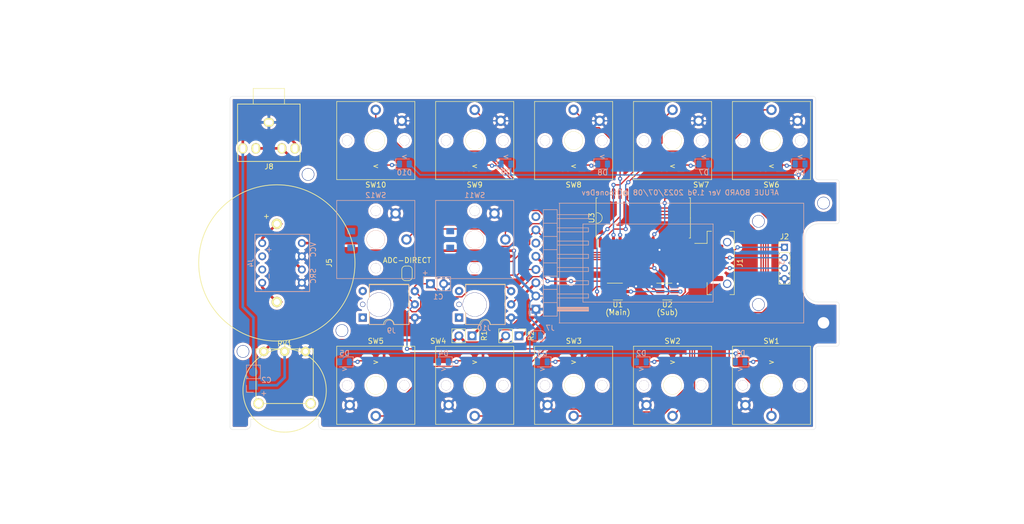
<source format=kicad_pcb>
(kicad_pcb (version 20171130) (host pcbnew "(5.1.8)-1")
  (layers (0 F.Cu signal) (31 B.Cu signal) (34 B.Paste user) (35 F.Paste user) (36 B.SilkS user) (37 F.SilkS user) (38 B.Mask user) (39 F.Mask user) (44 Edge.Cuts user))
  (net 0 "")
  (net 1 GND)
  (net 2 "Net-(J3-Pad3)")
  (net 3 "Net-(J4-Pad5)")
  (net 4 "Net-(J4-Pad8)")
  (net 5 +5V)
  (net 6 "Net-(J4-Pad3)")
  (net 7 "Net-(J1-Pad1)")
  (net 8 "Net-(J1-Pad2)")
  (net 9 "Net-(D1-Pad2)")
  (net 10 "Net-(D1-Pad1)")
  (net 11 "Net-(D10-Pad1)")
  (net 12 "Net-(D2-Pad1)")
  (net 13 "Net-(D3-Pad1)")
  (net 14 "Net-(D4-Pad1)")
  (net 15 "Net-(D5-Pad1)")
  (net 16 "Net-(D6-Pad1)")
  (net 17 "Net-(D7-Pad1)")
  (net 18 "Net-(D8-Pad1)")
  (net 19 "Net-(D9-Pad1)")
  (net 20 "Net-(SW1-Pad1)")
  (net 21 "Net-(SW2-Pad1)")
  (net 22 "Net-(SW3-Pad1)")
  (net 23 "Net-(SW4-Pad1)")
  (net 24 "Net-(SW5-Pad1)")
  (net 25 "Net-(SW6-Pad1)")
  (net 26 "Net-(SW7-Pad1)")
  (net 27 "Net-(SW8-Pad1)")
  (net 28 "Net-(SW9-Pad1)")
  (net 29 "Net-(SW10-Pad1)")
  (net 30 "Net-(SW11-Pad1)")
  (net 31 "Net-(SW12-Pad1)")
  (net 32 "Net-(J3-Pad5)")
  (net 33 "Net-(C2-Pad2)")
  (net 34 "Net-(C2-Pad1)")
  (net 35 "Net-(J3-Pad4)")
  (net 36 "Net-(R1-Pad2)")
  (net 37 +3V3)
  (net 38 "Net-(J6-Pad1)")
  (net 39 "Net-(J10-Pad5)")
  (module Connector_PinHeader_2.54mm:PinHeader_1x02_P2.54mm_Vertical (layer F.Cu) (at 178 106 270)
    (fp_text reference R2 (at 0 -2.33 90) (layer F.SilkS))
    (fp_text value R)
    (pad 2 thru_hole oval (at 0 2.54 270) (size 1.7 1.7) (drill 1) (layers *.Cu *.Mask) (net 36 "Net-(R1-Pad2)"))
    (pad 1 thru_hole rect (at 0 0 270) (size 1.7 1.7) (drill 1) (layers *.Cu *.Mask) (net 32 "Net-(J3-Pad5)"))
  )
  (module Jumper:SolderJumper-2_P1.3mm_Open_RoundedPad1.0x1.5mm (layer F.Cu) (at 156.5 94 90)
    (fp_text reference ADC-DIRECT (at 2.5 0 180) (layer F.SilkS))
    (fp_text value Conn_01x02)
    (pad 1 smd custom (at -0.65 0 90) (size 1 0.5) (layers F.Cu F.Mask) (net 38 "Net-(J6-Pad1)") (options (clearance outline) (anchor rect)) (primitives (gr_circle (center 0 0.25) (end 0.5 0.25) (width 0)) (gr_circle (center 0 -0.25) (end 0.5 -0.25) (width 0)) (gr_poly (pts (xy 0 -0.75) (xy 0.5 -0.75) (xy 0.5 0.75) (xy 0 0.75)) (width 0))))
    (pad 2 smd custom (at 0.65 0 90) (size 1 0.5) (layers F.Cu F.Mask) (net 35 "Net-(J3-Pad4)") (options (clearance outline) (anchor rect)) (primitives (gr_circle (center 0 0.25) (end 0.5 0.25) (width 0)) (gr_circle (center 0 -0.25) (end 0.5 -0.25) (width 0)) (gr_poly (pts (xy 0 -0.75) (xy -0.5 -0.75) (xy -0.5 0.75) (xy 0 0.75)) (width 0))))
  )
  (module kailh_lowprofile_switch:KailhLowProfileSW (layer F.Cu) (at 188.5 115.5 90)
    (fp_text reference SW3 (at 8.5 0.04 180) (layer F.SilkS))
    (fp_text value SW_with_LED)
    (pad 3 smd rect (at 4.7 -1.6 90) (size 1.5 1.2) (layers F.Cu F.Paste F.Mask) (net 13 "Net-(D3-Pad1)"))
    (pad 4 smd rect (at 4.7 1.6 90) (size 1.5 1.2) (layers F.Cu F.Paste F.Mask) (net 1 GND))
    (pad "" thru_hole circle (at 0 5.5 90) (size 1.9 1.9) (drill 1.9) (layers *.Cu *.Mask))
    (pad "" thru_hole circle (at 0 -5.5 90) (size 1.9 1.9) (drill 1.9) (layers *.Cu *.Mask))
    (pad "" thru_hole circle (at 0 0 90) (size 3.4 3.4) (drill 3.4) (layers *.Cu *.Mask))
    (pad 2 thru_hole circle (at -3.8 -5 90) (size 2 2) (drill 1.2) (layers *.Cu *.Mask) (net 1 GND))
    (pad 1 thru_hole circle (at -5.9 0 90) (size 2 2) (drill 1.2) (layers *.Cu *.Mask) (net 22 "Net-(SW3-Pad1)"))
  )
  (module "HPJack_PJ307:PJ-307 AudioJack" (layer F.Cu) (at 129.968 73)
    (fp_text reference J8 (at 0.032 0.5) (layer F.SilkS))
    (fp_text value StereoMiniJack)
    (pad 5 thru_hole oval (at 5 -3) (size 1.7 2) (drill oval 1 1.5) (layers *.Cu *.Mask F.SilkS) (net 33 "Net-(C2-Pad2)"))
    (pad 4 thru_hole oval (at 2.5 -3) (size 1.7 2) (drill oval 1 1.5) (layers *.Cu *.Mask F.SilkS) (net 6 "Net-(J4-Pad3)"))
    (pad 3 thru_hole oval (at -2.5 -3) (size 1.7 2) (drill oval 1 1.5) (layers *.Cu *.Mask F.SilkS) (net 6 "Net-(J4-Pad3)"))
    (pad 2 thru_hole oval (at -5 -3) (size 1.7 2) (drill oval 1 1.5) (layers *.Cu *.Mask F.SilkS) (net 33 "Net-(C2-Pad2)"))
    (pad 1 thru_hole oval (at 0 -8) (size 2 1.7) (drill oval 1.5 1) (layers *.Cu *.Mask F.SilkS) (net 1 GND))
  )
  (module AE-PAM8012:AE-PAM8012 (layer B.Cu) (at 132.5 92 270)
    (fp_text reference J4 (at 0 6 270) (layer B.SilkS) (effects (justify mirror)))
    (fp_text value PAM8012)
    (fp_text user + (at -2.54 2.54 270) (layer B.SilkS) (effects (justify mirror)))
    (fp_text user - (at 2.54 2.54 270) (layer B.SilkS) (effects (justify mirror)))
    (fp_text user VCC (at -2.54 -6 270) (layer B.SilkS) (effects (justify mirror)))
    (fp_text user SRC (at 2.5 -6 270) (layer B.SilkS) (effects (justify mirror)))
    (pad 8 thru_hole circle (at 3.81 3.81 270) (size 1.524 1.524) (drill 0.9) (layers *.Cu *.Mask) (net 4 "Net-(J4-Pad8)"))
    (pad 7 thru_hole circle (at 1.27 3.81 270) (size 1.524 1.524) (drill 0.9) (layers *.Cu *.Mask))
    (pad 6 thru_hole circle (at -1.27 3.81 270) (size 1.524 1.524) (drill 0.9) (layers *.Cu *.Mask))
    (pad 5 thru_hole circle (at -3.81 3.81 270) (size 1.524 1.524) (drill 0.9) (layers *.Cu *.Mask) (net 3 "Net-(J4-Pad5)"))
    (pad 4 thru_hole circle (at 3.81 -3.81 270) (size 1.524 1.524) (drill 0.9) (layers *.Cu *.Mask) (net 1 GND))
    (pad 3 thru_hole circle (at 1.27 -3.81 270) (size 1.524 1.524) (drill 0.9) (layers *.Cu *.Mask) (net 6 "Net-(J4-Pad3)"))
    (pad 2 thru_hole circle (at -1.27 -3.81 270) (size 1.524 1.524) (drill 0.9) (layers *.Cu *.Mask) (net 1 GND))
    (pad 1 thru_hole circle (at -3.81 -3.81 270) (size 1.524 1.524) (drill 0.9) (layers *.Cu *.Mask) (net 5 +5V))
  )
  (module DIP6_Reverse:DIP-6_W7.62mm_Reverse (layer F.Cu) (at 153 100 180)
    (fp_text reference J9 (at -0.5 -5) (layer B.SilkS) (effects (justify mirror)))
    (fp_text value BleathSensor)
    (pad 6 thru_hole oval (at -5 -2.5 180) (size 1.6 1.6) (drill 0.8) (layers *.Cu *.Mask) (net 1 GND))
    (pad 3 thru_hole oval (at 5 2.6 180) (size 1.6 1.6) (drill 0.8) (layers *.Cu *.Mask))
    (pad 5 thru_hole oval (at -5 0.04 180) (size 1.6 1.6) (drill 0.8) (layers *.Cu *.Mask) (net 38 "Net-(J6-Pad1)"))
    (pad 2 thru_hole oval (at 5 0.04 180) (size 1 1) (drill 0.8) (layers *.Cu *.Mask))
    (pad 4 thru_hole oval (at -5 2.58 180) (size 1.6 1.6) (drill 0.8) (layers *.Cu *.Mask) (net 37 +3V3))
    (pad 1 thru_hole rect (at 5 -2.5 180) (size 1.6 1.6) (drill 0.8) (layers *.Cu *.Mask))
  )
  (module kailh_lowprofile_switch:KailhLowProfileSW (layer F.Cu) (at 150.5 68.5 270)
    (fp_text reference SW10 (at 8.5 0 180) (layer F.SilkS))
    (fp_text value SW_with_LED)
    (pad 1 thru_hole circle (at -5.9 0 270) (size 2 2) (drill 1.2) (layers *.Cu *.Mask) (net 29 "Net-(SW10-Pad1)"))
    (pad 2 thru_hole circle (at -3.8 -5 270) (size 2 2) (drill 1.2) (layers *.Cu *.Mask) (net 1 GND))
    (pad "" thru_hole circle (at 0 0 270) (size 3.4 3.4) (drill 3.4) (layers *.Cu *.Mask))
    (pad "" thru_hole circle (at 0 -5.5 270) (size 1.9 1.9) (drill 1.9) (layers *.Cu *.Mask))
    (pad "" thru_hole circle (at 0 5.5 270) (size 1.9 1.9) (drill 1.9) (layers *.Cu *.Mask))
    (pad 4 smd rect (at 4.7 1.6 270) (size 1.5 1.2) (layers F.Cu F.Paste F.Mask) (net 1 GND))
    (pad 3 smd rect (at 4.7 -1.6 270) (size 1.5 1.2) (layers F.Cu F.Paste F.Mask) (net 11 "Net-(D10-Pad1)"))
  )
  (module LED_SMD:LED_0805_2012Metric (layer B.Cu) (at 156 73)
    (fp_text reference D10 (at 0 1.65) (layer B.SilkS) (effects (justify mirror)))
    (fp_text value CRD)
    (pad 1 smd roundrect (at -0.9375 0) (size 0.975 1.4) (layers B.Cu B.Paste B.Mask) (net 11 "Net-(D10-Pad1)"))
    (pad 2 smd roundrect (at 0.9375 0) (size 0.975 1.4) (layers B.Cu B.Paste B.Mask) (net 9 "Net-(D1-Pad2)"))
  )
  (module Connector_PinHeader_2.54mm:PinHeader_1x08_P2.54mm_Horizontal (layer B.Cu) (at 181.25 100.886)
    (fp_text reference J3 (at 47.25 -9.386 270) (layer B.SilkS) (effects (justify mirror)))
    (fp_text value M5StickC)
    (pad 8 thru_hole oval (at 0 -17.78) (size 1.7 1.7) (drill 1) (layers *.Cu *.Mask))
    (pad 7 thru_hole oval (at 0 -15.24) (size 1.7 1.7) (drill 1) (layers *.Cu *.Mask) (net 37 +3V3))
    (pad 6 thru_hole oval (at 0 -12.7) (size 1.7 1.7) (drill 1) (layers *.Cu *.Mask))
    (pad 5 thru_hole oval (at 0 -10.16) (size 1.7 1.7) (drill 1) (layers *.Cu *.Mask) (net 32 "Net-(J3-Pad5)"))
    (pad 4 thru_hole oval (at 0 -7.62) (size 1.7 1.7) (drill 1) (layers *.Cu *.Mask) (net 35 "Net-(J3-Pad4)"))
    (pad 3 thru_hole oval (at 0 -5.08) (size 1.7 1.7) (drill 1) (layers *.Cu *.Mask) (net 2 "Net-(J3-Pad3)"))
    (pad 2 thru_hole oval (at 0 -2.54) (size 1.7 1.7) (drill 1) (layers *.Cu *.Mask) (net 5 +5V))
    (pad 1 thru_hole rect (at 0 0) (size 1.7 1.7) (drill 1) (layers *.Cu *.Mask) (net 1 GND))
  )
  (module UGSM30:USGM30 (layer F.Cu) (at 131.5 92 270)
    (fp_text reference J5 (at 0 -10.05 90) (layer F.SilkS))
    (fp_text value SpeakerOut)
    (pad 2 thru_hole circle (at 7.5 0 270) (size 2 2) (drill 1.2) (layers *.Cu *.Mask F.SilkS) (net 4 "Net-(J4-Pad8)"))
    (pad 1 thru_hole circle (at -7.5 0 270) (size 2 2) (drill 1.2) (layers *.Cu *.Mask F.SilkS) (net 3 "Net-(J4-Pad5)"))
  )
  (module LED_SMD:LED_0805_2012Metric (layer B.Cu) (at 220.5 111 180)
    (fp_text reference D1 (at 0 1.65) (layer B.SilkS) (effects (justify mirror)))
    (fp_text value CRD)
    (pad 2 smd roundrect (at 0.9375 0 180) (size 0.975 1.4) (layers B.Cu B.Paste B.Mask) (net 9 "Net-(D1-Pad2)"))
    (pad 1 smd roundrect (at -0.9375 0 180) (size 0.975 1.4) (layers B.Cu B.Paste B.Mask) (net 10 "Net-(D1-Pad1)"))
  )
  (module LED_SMD:LED_0805_2012Metric (layer B.Cu) (at 201.5 111 180)
    (fp_text reference D2 (at 0 1.65) (layer B.SilkS) (effects (justify mirror)))
    (fp_text value CRD)
    (pad 2 smd roundrect (at 0.9375 0 180) (size 0.975 1.4) (layers B.Cu B.Paste B.Mask) (net 9 "Net-(D1-Pad2)"))
    (pad 1 smd roundrect (at -0.9375 0 180) (size 0.975 1.4) (layers B.Cu B.Paste B.Mask) (net 12 "Net-(D2-Pad1)"))
  )
  (module LED_SMD:LED_0805_2012Metric (layer B.Cu) (at 182.5 111 180)
    (fp_text reference D3 (at 0 1.65) (layer B.SilkS) (effects (justify mirror)))
    (fp_text value CRD)
    (pad 2 smd roundrect (at 0.9375 0 180) (size 0.975 1.4) (layers B.Cu B.Paste B.Mask) (net 9 "Net-(D1-Pad2)"))
    (pad 1 smd roundrect (at -0.9375 0 180) (size 0.975 1.4) (layers B.Cu B.Paste B.Mask) (net 13 "Net-(D3-Pad1)"))
  )
  (module LED_SMD:LED_0805_2012Metric (layer B.Cu) (at 163.5 111 180)
    (fp_text reference D4 (at 0 1.65) (layer B.SilkS) (effects (justify mirror)))
    (fp_text value CRD)
    (pad 2 smd roundrect (at 0.9375 0 180) (size 0.975 1.4) (layers B.Cu B.Paste B.Mask) (net 9 "Net-(D1-Pad2)"))
    (pad 1 smd roundrect (at -0.9375 0 180) (size 0.975 1.4) (layers B.Cu B.Paste B.Mask) (net 14 "Net-(D4-Pad1)"))
  )
  (module LED_SMD:LED_0805_2012Metric (layer B.Cu) (at 144.5 111 180)
    (fp_text reference D5 (at 0 1.65) (layer B.SilkS) (effects (justify mirror)))
    (fp_text value CRD)
    (pad 2 smd roundrect (at 0.9375 0 180) (size 0.975 1.4) (layers B.Cu B.Paste B.Mask) (net 9 "Net-(D1-Pad2)"))
    (pad 1 smd roundrect (at -0.9375 0 180) (size 0.975 1.4) (layers B.Cu B.Paste B.Mask) (net 15 "Net-(D5-Pad1)"))
  )
  (module LED_SMD:LED_0805_2012Metric (layer B.Cu) (at 232 73)
    (fp_text reference D6 (at 0 1.65) (layer B.SilkS) (effects (justify mirror)))
    (fp_text value CRD)
    (pad 2 smd roundrect (at 0.9375 0) (size 0.975 1.4) (layers B.Cu B.Paste B.Mask) (net 9 "Net-(D1-Pad2)"))
    (pad 1 smd roundrect (at -0.9375 0) (size 0.975 1.4) (layers B.Cu B.Paste B.Mask) (net 16 "Net-(D6-Pad1)"))
  )
  (module LED_SMD:LED_0805_2012Metric (layer B.Cu) (at 213.5 73)
    (fp_text reference D7 (at 0 1.65) (layer B.SilkS) (effects (justify mirror)))
    (fp_text value CRD)
    (pad 2 smd roundrect (at 0.9375 0) (size 0.975 1.4) (layers B.Cu B.Paste B.Mask) (net 9 "Net-(D1-Pad2)"))
    (pad 1 smd roundrect (at -0.9375 0) (size 0.975 1.4) (layers B.Cu B.Paste B.Mask) (net 17 "Net-(D7-Pad1)"))
  )
  (module LED_SMD:LED_0805_2012Metric (layer B.Cu) (at 194.0625 73)
    (fp_text reference D8 (at 0 1.65) (layer B.SilkS) (effects (justify mirror)))
    (fp_text value CRD)
    (pad 2 smd roundrect (at 0.9375 0) (size 0.975 1.4) (layers B.Cu B.Paste B.Mask) (net 9 "Net-(D1-Pad2)"))
    (pad 1 smd roundrect (at -0.9375 0) (size 0.975 1.4) (layers B.Cu B.Paste B.Mask) (net 18 "Net-(D8-Pad1)"))
  )
  (module LED_SMD:LED_0805_2012Metric (layer B.Cu) (at 175.5 73)
    (fp_text reference D9 (at 0 1.65) (layer B.SilkS) (effects (justify mirror)))
    (fp_text value CRD)
    (pad 1 smd roundrect (at -0.9375 0) (size 0.975 1.4) (layers B.Cu B.Paste B.Mask) (net 19 "Net-(D9-Pad1)"))
    (pad 2 smd roundrect (at 0.9375 0) (size 0.975 1.4) (layers B.Cu B.Paste B.Mask) (net 9 "Net-(D1-Pad2)"))
  )
  (module kailh_lowprofile_switch:KailhLowProfileSW (layer F.Cu) (at 226.5 115.5 90)
    (fp_text reference SW1 (at 8.5 0 180) (layer F.SilkS))
    (fp_text value SW_with_LED)
    (pad 3 smd rect (at 4.7 -1.6 90) (size 1.5 1.2) (layers F.Cu F.Paste F.Mask) (net 10 "Net-(D1-Pad1)"))
    (pad 4 smd rect (at 4.7 1.6 90) (size 1.5 1.2) (layers F.Cu F.Paste F.Mask) (net 1 GND))
    (pad "" thru_hole circle (at 0 5.5 90) (size 1.9 1.9) (drill 1.9) (layers *.Cu *.Mask))
    (pad "" thru_hole circle (at 0 -5.5 90) (size 1.9 1.9) (drill 1.9) (layers *.Cu *.Mask))
    (pad "" thru_hole circle (at 0 0 90) (size 3.4 3.4) (drill 3.4) (layers *.Cu *.Mask))
    (pad 2 thru_hole circle (at -3.8 -5 90) (size 2 2) (drill 1.2) (layers *.Cu *.Mask) (net 1 GND))
    (pad 1 thru_hole circle (at -5.9 0 90) (size 2 2) (drill 1.2) (layers *.Cu *.Mask) (net 20 "Net-(SW1-Pad1)"))
  )
  (module kailh_lowprofile_switch:KailhLowProfileSW (layer F.Cu) (at 207.5 115.5 90)
    (fp_text reference SW2 (at 8.5 0 180) (layer F.SilkS))
    (fp_text value SW_with_LED)
    (pad 3 smd rect (at 4.7 -1.6 90) (size 1.5 1.2) (layers F.Cu F.Paste F.Mask) (net 12 "Net-(D2-Pad1)"))
    (pad 4 smd rect (at 4.7 1.6 90) (size 1.5 1.2) (layers F.Cu F.Paste F.Mask) (net 1 GND))
    (pad "" thru_hole circle (at 0 5.5 90) (size 1.9 1.9) (drill 1.9) (layers *.Cu *.Mask))
    (pad "" thru_hole circle (at 0 -5.5 90) (size 1.9 1.9) (drill 1.9) (layers *.Cu *.Mask))
    (pad "" thru_hole circle (at 0 0 90) (size 3.4 3.4) (drill 3.4) (layers *.Cu *.Mask))
    (pad 2 thru_hole circle (at -3.8 -5 90) (size 2 2) (drill 1.2) (layers *.Cu *.Mask) (net 1 GND))
    (pad 1 thru_hole circle (at -5.9 0 90) (size 2 2) (drill 1.2) (layers *.Cu *.Mask) (net 21 "Net-(SW2-Pad1)"))
  )
  (module kailh_lowprofile_switch:KailhLowProfileSW (layer F.Cu) (at 169.5 115.5 90)
    (fp_text reference SW4 (at 8.5 -7 180) (layer F.SilkS))
    (fp_text value SW_with_LED)
    (pad 3 smd rect (at 4.7 -1.6 90) (size 1.5 1.2) (layers F.Cu F.Paste F.Mask) (net 14 "Net-(D4-Pad1)"))
    (pad 4 smd rect (at 4.7 1.6 90) (size 1.5 1.2) (layers F.Cu F.Paste F.Mask) (net 1 GND))
    (pad "" thru_hole circle (at 0 5.5 90) (size 1.9 1.9) (drill 1.9) (layers *.Cu *.Mask))
    (pad "" thru_hole circle (at 0 -5.5 90) (size 1.9 1.9) (drill 1.9) (layers *.Cu *.Mask))
    (pad "" thru_hole circle (at 0 0 90) (size 3.4 3.4) (drill 3.4) (layers *.Cu *.Mask))
    (pad 2 thru_hole circle (at -3.8 -5 90) (size 2 2) (drill 1.2) (layers *.Cu *.Mask) (net 1 GND))
    (pad 1 thru_hole circle (at -5.9 0 90) (size 2 2) (drill 1.2) (layers *.Cu *.Mask) (net 23 "Net-(SW4-Pad1)"))
  )
  (module kailh_lowprofile_switch:KailhLowProfileSW (layer F.Cu) (at 150.5 115.5 90)
    (fp_text reference SW5 (at 8.5 0 180) (layer F.SilkS))
    (fp_text value SW_with_LED)
    (pad 3 smd rect (at 4.7 -1.6 90) (size 1.5 1.2) (layers F.Cu F.Paste F.Mask) (net 15 "Net-(D5-Pad1)"))
    (pad 4 smd rect (at 4.7 1.6 90) (size 1.5 1.2) (layers F.Cu F.Paste F.Mask) (net 1 GND))
    (pad "" thru_hole circle (at 0 5.5 90) (size 1.9 1.9) (drill 1.9) (layers *.Cu *.Mask))
    (pad "" thru_hole circle (at 0 -5.5 90) (size 1.9 1.9) (drill 1.9) (layers *.Cu *.Mask))
    (pad "" thru_hole circle (at 0 0 90) (size 3.4 3.4) (drill 3.4) (layers *.Cu *.Mask))
    (pad 2 thru_hole circle (at -3.8 -5 90) (size 2 2) (drill 1.2) (layers *.Cu *.Mask) (net 1 GND))
    (pad 1 thru_hole circle (at -5.9 0 90) (size 2 2) (drill 1.2) (layers *.Cu *.Mask) (net 24 "Net-(SW5-Pad1)"))
  )
  (module kailh_lowprofile_switch:KailhLowProfileSW (layer F.Cu) (at 226.5 68.5 270)
    (fp_text reference SW6 (at 8.5 0 180) (layer F.SilkS))
    (fp_text value SW_with_LED)
    (pad 3 smd rect (at 4.7 -1.6 270) (size 1.5 1.2) (layers F.Cu F.Paste F.Mask) (net 16 "Net-(D6-Pad1)"))
    (pad 4 smd rect (at 4.7 1.6 270) (size 1.5 1.2) (layers F.Cu F.Paste F.Mask) (net 1 GND))
    (pad "" thru_hole circle (at 0 5.5 270) (size 1.9 1.9) (drill 1.9) (layers *.Cu *.Mask))
    (pad "" thru_hole circle (at 0 -5.5 270) (size 1.9 1.9) (drill 1.9) (layers *.Cu *.Mask))
    (pad "" thru_hole circle (at 0 0 270) (size 3.4 3.4) (drill 3.4) (layers *.Cu *.Mask))
    (pad 2 thru_hole circle (at -3.8 -5 270) (size 2 2) (drill 1.2) (layers *.Cu *.Mask) (net 1 GND))
    (pad 1 thru_hole circle (at -5.9 0 270) (size 2 2) (drill 1.2) (layers *.Cu *.Mask) (net 25 "Net-(SW6-Pad1)"))
  )
  (module kailh_lowprofile_switch:KailhLowProfileSW (layer F.Cu) (at 207.5 68.5 270)
    (fp_text reference SW7 (at 8.5 -5.5 180) (layer F.SilkS))
    (fp_text value SW_with_LED)
    (pad 3 smd rect (at 4.7 -1.6 270) (size 1.5 1.2) (layers F.Cu F.Paste F.Mask) (net 17 "Net-(D7-Pad1)"))
    (pad 4 smd rect (at 4.7 1.6 270) (size 1.5 1.2) (layers F.Cu F.Paste F.Mask) (net 1 GND))
    (pad "" thru_hole circle (at 0 5.5 270) (size 1.9 1.9) (drill 1.9) (layers *.Cu *.Mask))
    (pad "" thru_hole circle (at 0 -5.5 270) (size 1.9 1.9) (drill 1.9) (layers *.Cu *.Mask))
    (pad "" thru_hole circle (at 0 0 270) (size 3.4 3.4) (drill 3.4) (layers *.Cu *.Mask))
    (pad 2 thru_hole circle (at -3.8 -5 270) (size 2 2) (drill 1.2) (layers *.Cu *.Mask) (net 1 GND))
    (pad 1 thru_hole circle (at -5.9 0 270) (size 2 2) (drill 1.2) (layers *.Cu *.Mask) (net 26 "Net-(SW7-Pad1)"))
  )
  (module kailh_lowprofile_switch:KailhLowProfileSW (layer F.Cu) (at 188.5 68.5 270)
    (fp_text reference SW8 (at 8.5 0 180) (layer F.SilkS))
    (fp_text value SW_with_LED)
    (pad 1 thru_hole circle (at -5.9 0 270) (size 2 2) (drill 1.2) (layers *.Cu *.Mask) (net 27 "Net-(SW8-Pad1)"))
    (pad 2 thru_hole circle (at -3.8 -5 270) (size 2 2) (drill 1.2) (layers *.Cu *.Mask) (net 1 GND))
    (pad "" thru_hole circle (at 0 0 270) (size 3.4 3.4) (drill 3.4) (layers *.Cu *.Mask))
    (pad "" thru_hole circle (at 0 -5.5 270) (size 1.9 1.9) (drill 1.9) (layers *.Cu *.Mask))
    (pad "" thru_hole circle (at 0 5.5 270) (size 1.9 1.9) (drill 1.9) (layers *.Cu *.Mask))
    (pad 4 smd rect (at 4.7 1.6 270) (size 1.5 1.2) (layers F.Cu F.Paste F.Mask) (net 1 GND))
    (pad 3 smd rect (at 4.7 -1.6 270) (size 1.5 1.2) (layers F.Cu F.Paste F.Mask) (net 18 "Net-(D8-Pad1)"))
  )
  (module kailh_lowprofile_switch:KailhLowProfileSW (layer F.Cu) (at 169.5 68.5 270)
    (fp_text reference SW9 (at 8.5 0 180) (layer F.SilkS))
    (fp_text value SW_with_LED)
    (pad 1 thru_hole circle (at -5.9 0 270) (size 2 2) (drill 1.2) (layers *.Cu *.Mask) (net 28 "Net-(SW9-Pad1)"))
    (pad 2 thru_hole circle (at -3.8 -5 270) (size 2 2) (drill 1.2) (layers *.Cu *.Mask) (net 1 GND))
    (pad "" thru_hole circle (at 0 0 270) (size 3.4 3.4) (drill 3.4) (layers *.Cu *.Mask))
    (pad "" thru_hole circle (at 0 -5.5 270) (size 1.9 1.9) (drill 1.9) (layers *.Cu *.Mask))
    (pad "" thru_hole circle (at 0 5.5 270) (size 1.9 1.9) (drill 1.9) (layers *.Cu *.Mask))
    (pad 4 smd rect (at 4.7 1.6 270) (size 1.5 1.2) (layers F.Cu F.Paste F.Mask) (net 1 GND))
    (pad 3 smd rect (at 4.7 -1.6 270) (size 1.5 1.2) (layers F.Cu F.Paste F.Mask) (net 19 "Net-(D9-Pad1)"))
  )
  (module kailh_lowprofile_switch:KailhLowProfileSW (layer B.Cu) (at 169.5 87.5 180)
    (fp_text reference SW11 (at 0 8.5) (layer B.SilkS) (effects (justify mirror)))
    (fp_text value SW_with_LED)
    (pad 3 smd rect (at 4.7 1.6 180) (size 1.5 1.2) (layers B.Cu B.Paste B.Mask))
    (pad 4 smd rect (at 4.7 -1.6 180) (size 1.5 1.2) (layers B.Cu B.Paste B.Mask))
    (pad "" thru_hole circle (at 0 -5.5 180) (size 1.9 1.9) (drill 1.9) (layers *.Cu *.Mask))
    (pad "" thru_hole circle (at 0 5.5 180) (size 1.9 1.9) (drill 1.9) (layers *.Cu *.Mask))
    (pad "" thru_hole circle (at 0 0 180) (size 3.4 3.4) (drill 3.4) (layers *.Cu *.Mask))
    (pad 2 thru_hole circle (at -3.8 5 180) (size 2 2) (drill 1.2) (layers *.Cu *.Mask) (net 1 GND))
    (pad 1 thru_hole circle (at -5.9 0 180) (size 2 2) (drill 1.2) (layers *.Cu *.Mask) (net 30 "Net-(SW11-Pad1)"))
  )
  (module kailh_lowprofile_switch:KailhLowProfileSW (layer B.Cu) (at 150.5 87.5 180)
    (fp_text reference SW12 (at 0 8.5) (layer B.SilkS) (effects (justify mirror)))
    (fp_text value SW_with_LED)
    (pad 3 smd rect (at 4.7 1.6 180) (size 1.5 1.2) (layers B.Cu B.Paste B.Mask))
    (pad 4 smd rect (at 4.7 -1.6 180) (size 1.5 1.2) (layers B.Cu B.Paste B.Mask))
    (pad "" thru_hole circle (at 0 -5.5 180) (size 1.9 1.9) (drill 1.9) (layers *.Cu *.Mask))
    (pad "" thru_hole circle (at 0 5.5 180) (size 1.9 1.9) (drill 1.9) (layers *.Cu *.Mask))
    (pad "" thru_hole circle (at 0 0 180) (size 3.4 3.4) (drill 3.4) (layers *.Cu *.Mask))
    (pad 2 thru_hole circle (at -3.8 5 180) (size 2 2) (drill 1.2) (layers *.Cu *.Mask) (net 1 GND))
    (pad 1 thru_hole circle (at -5.9 0 180) (size 2 2) (drill 1.2) (layers *.Cu *.Mask) (net 31 "Net-(SW12-Pad1)"))
  )
  (module R1001-N16:R1001-N16 (layer F.Cu) (at 133 116.5 180)
    (fp_text reference RV1 (at 0 9 180) (layer F.SilkS))
    (fp_text value R_POT)
    (pad "" thru_hole circle (at 5 -2.5 180) (size 2 2) (drill 1.4) (layers *.Cu *.Mask F.SilkS))
    (pad 3 thru_hole circle (at 4 7.5 180) (size 1.8 1.8) (drill 1) (layers *.Cu *.Mask F.SilkS) (net 36 "Net-(R1-Pad2)"))
    (pad 2 thru_hole circle (at 0 7.5 180) (size 1.8 1.8) (drill 1) (layers *.Cu *.Mask F.SilkS) (net 34 "Net-(C2-Pad1)"))
    (pad 1 thru_hole circle (at -4 7.5 180) (size 1.8 1.8) (drill 1) (layers *.Cu *.Mask F.SilkS) (net 1 GND))
    (pad "" thru_hole circle (at -5 -2.5 180) (size 2 2) (drill 1.4) (layers *.Cu *.Mask F.SilkS))
  )
  (module Package_SO:SOIC-28W_7.5x17.9mm_P1.27mm (layer F.Cu) (at 201.875 83.36 90)
    (fp_text reference U3 (at 0 -9.9 90) (layer F.SilkS))
    (fp_text value MCP23017_SO)
    (pad 1 smd roundrect (at -4.65 -8.255 90) (size 2.05 0.6) (layers F.Cu F.Paste F.Mask))
    (pad 2 smd roundrect (at -4.65 -6.985 90) (size 2.05 0.6) (layers F.Cu F.Paste F.Mask) (net 25 "Net-(SW6-Pad1)"))
    (pad 3 smd roundrect (at -4.65 -5.715 90) (size 2.05 0.6) (layers F.Cu F.Paste F.Mask) (net 26 "Net-(SW7-Pad1)"))
    (pad 4 smd roundrect (at -4.65 -4.445 90) (size 2.05 0.6) (layers F.Cu F.Paste F.Mask) (net 27 "Net-(SW8-Pad1)"))
    (pad 5 smd roundrect (at -4.65 -3.175 90) (size 2.05 0.6) (layers F.Cu F.Paste F.Mask) (net 28 "Net-(SW9-Pad1)"))
    (pad 6 smd roundrect (at -4.65 -1.905 90) (size 2.05 0.6) (layers F.Cu F.Paste F.Mask) (net 29 "Net-(SW10-Pad1)"))
    (pad 7 smd roundrect (at -4.65 -0.635 90) (size 2.05 0.6) (layers F.Cu F.Paste F.Mask) (net 30 "Net-(SW11-Pad1)"))
    (pad 8 smd roundrect (at -4.65 0.635 90) (size 2.05 0.6) (layers F.Cu F.Paste F.Mask) (net 31 "Net-(SW12-Pad1)"))
    (pad 9 smd roundrect (at -4.65 1.905 90) (size 2.05 0.6) (layers F.Cu F.Paste F.Mask) (net 37 +3V3))
    (pad 10 smd roundrect (at -4.65 3.175 90) (size 2.05 0.6) (layers F.Cu F.Paste F.Mask) (net 1 GND))
    (pad 11 smd roundrect (at -4.65 4.445 90) (size 2.05 0.6) (layers F.Cu F.Paste F.Mask))
    (pad 12 smd roundrect (at -4.65 5.715 90) (size 2.05 0.6) (layers F.Cu F.Paste F.Mask) (net 7 "Net-(J1-Pad1)"))
    (pad 13 smd roundrect (at -4.65 6.985 90) (size 2.05 0.6) (layers F.Cu F.Paste F.Mask) (net 8 "Net-(J1-Pad2)"))
    (pad 14 smd roundrect (at -4.65 8.255 90) (size 2.05 0.6) (layers F.Cu F.Paste F.Mask))
    (pad 15 smd roundrect (at 4.65 8.255 90) (size 2.05 0.6) (layers F.Cu F.Paste F.Mask) (net 1 GND))
    (pad 16 smd roundrect (at 4.65 6.985 90) (size 2.05 0.6) (layers F.Cu F.Paste F.Mask) (net 1 GND))
    (pad 17 smd roundrect (at 4.65 5.715 90) (size 2.05 0.6) (layers F.Cu F.Paste F.Mask) (net 1 GND))
    (pad 18 smd roundrect (at 4.65 4.445 90) (size 2.05 0.6) (layers F.Cu F.Paste F.Mask) (net 37 +3V3))
    (pad 19 smd roundrect (at 4.65 3.175 90) (size 2.05 0.6) (layers F.Cu F.Paste F.Mask))
    (pad 20 smd roundrect (at 4.65 1.905 90) (size 2.05 0.6) (layers F.Cu F.Paste F.Mask))
    (pad 21 smd roundrect (at 4.65 0.635 90) (size 2.05 0.6) (layers F.Cu F.Paste F.Mask) (net 20 "Net-(SW1-Pad1)"))
    (pad 22 smd roundrect (at 4.65 -0.635 90) (size 2.05 0.6) (layers F.Cu F.Paste F.Mask) (net 21 "Net-(SW2-Pad1)"))
    (pad 23 smd roundrect (at 4.65 -1.905 90) (size 2.05 0.6) (layers F.Cu F.Paste F.Mask) (net 22 "Net-(SW3-Pad1)"))
    (pad 24 smd roundrect (at 4.65 -3.175 90) (size 2.05 0.6) (layers F.Cu F.Paste F.Mask) (net 23 "Net-(SW4-Pad1)"))
    (pad 25 smd roundrect (at 4.65 -4.445 90) (size 2.05 0.6) (layers F.Cu F.Paste F.Mask) (net 24 "Net-(SW5-Pad1)"))
    (pad 26 smd roundrect (at 4.65 -5.715 90) (size 2.05 0.6) (layers F.Cu F.Paste F.Mask))
    (pad 27 smd roundrect (at 4.65 -6.985 90) (size 2.05 0.6) (layers F.Cu F.Paste F.Mask))
    (pad 28 smd roundrect (at 4.65 -8.255 90) (size 2.05 0.6) (layers F.Cu F.Paste F.Mask))
  )
  (module Connector_PinHeader_2.54mm:PinHeader_1x02_P2.54mm_Vertical (layer B.Cu) (at 161 96 270)
    (fp_text reference C1 (at 2.5 -1.5 180) (layer B.SilkS) (effects (justify mirror)))
    (fp_text value CP)
    (pad 1 thru_hole rect (at 0 0 270) (size 1.7 1.7) (drill 1) (layers *.Cu *.Mask) (net 37 +3V3))
    (pad 2 thru_hole oval (at 0 -2.54 270) (size 1.7 1.7) (drill 1) (layers *.Cu *.Mask) (net 1 GND))
  )
  (module Connector_PinHeader_2.54mm:PinHeader_1x02_P2.54mm_Vertical (layer B.Cu) (at 127 115.5)
    (fp_text reference C2 (at 2.5 -1) (layer B.SilkS) (effects (justify mirror)))
    (fp_text value CP_Small)
    (pad 2 smd oval (at 0 -2.54) (size 1.7 1.7) (layers B.Cu B.Paste B.Mask) (net 33 "Net-(C2-Pad2)"))
    (pad 1 smd rect (at 0 0) (size 1.7 1.7) (layers B.Cu B.Paste B.Mask) (net 34 "Net-(C2-Pad1)"))
  )
  (module Connector_PinHeader_2.54mm:PinHeader_1x02_P2.54mm_Vertical (layer F.Cu) (at 169 106 270)
    (fp_text reference R1 (at 0 -2.33 90) (layer F.SilkS))
    (fp_text value R)
    (pad 1 thru_hole rect (at 0 0 270) (size 1.7 1.7) (drill 1) (layers *.Cu *.Mask) (net 2 "Net-(J3-Pad3)"))
    (pad 2 thru_hole oval (at 0 2.54 270) (size 1.7 1.7) (drill 1) (layers *.Cu *.Mask) (net 36 "Net-(R1-Pad2)"))
  )
  (module Jumper:SolderJumper-2_P1.3mm_Open_RoundedPad1.0x1.5mm (layer B.Cu) (at 181.5 106)
    (fp_text reference J7 (at 2.5 -1.5) (layer B.SilkS) (effects (justify mirror)))
    (fp_text value Conn_01x02)
    (pad 1 smd custom (at -0.65 0) (size 1 0.5) (layers B.Cu B.Mask) (net 9 "Net-(D1-Pad2)") (options (clearance outline) (anchor rect)) (primitives (gr_circle (center 0 -0.25) (end 0.5 -0.25) (width 0)) (gr_circle (center 0 0.25) (end 0.5 0.25) (width 0)) (gr_poly (pts (xy 0 0.75) (xy 0.5 0.75) (xy 0.5 -0.75) (xy 0 -0.75)) (width 0))))
    (pad 2 smd custom (at 0.65 0) (size 1 0.5) (layers B.Cu B.Mask) (net 5 +5V) (options (clearance outline) (anchor rect)) (primitives (gr_circle (center 0 -0.25) (end 0.5 -0.25) (width 0)) (gr_circle (center 0 0.25) (end 0.5 0.25) (width 0)) (gr_poly (pts (xy 0 0.75) (xy -0.5 0.75) (xy -0.5 -0.75) (xy 0 -0.75)) (width 0))))
  )
  (module Package_TO_SOT_SMD:SOT-23-6_Handsoldering (layer F.Cu) (at 197 97.5)
    (fp_text reference U1 (at 0 2.5) (layer F.SilkS))
    (fp_text value MCP3425A0T-ECH)
    (pad 5 smd rect (at 1.35 0) (size 1.56 0.65) (layers F.Cu F.Paste F.Mask) (net 37 +3V3))
    (pad 6 smd rect (at 1.35 -0.95) (size 1.56 0.65) (layers F.Cu F.Paste F.Mask) (net 1 GND))
    (pad 4 smd rect (at 1.35 0.95) (size 1.56 0.65) (layers F.Cu F.Paste F.Mask) (net 8 "Net-(J1-Pad2)"))
    (pad 3 smd rect (at -1.35 0.95) (size 1.56 0.65) (layers F.Cu F.Paste F.Mask) (net 7 "Net-(J1-Pad1)"))
    (pad 2 smd rect (at -1.35 0) (size 1.56 0.65) (layers F.Cu F.Paste F.Mask) (net 1 GND))
    (pad 1 smd rect (at -1.35 -0.95) (size 1.56 0.65) (layers F.Cu F.Paste F.Mask) (net 38 "Net-(J6-Pad1)"))
  )
  (module Package_TO_SOT_SMD:SOT-23-6_Handsoldering (layer F.Cu) (at 206.5 97.5)
    (fp_text reference U2 (at 0 2.5) (layer F.SilkS))
    (fp_text value MCP3425A0T-ECH)
    (pad 1 smd rect (at -1.35 -0.95) (size 1.56 0.65) (layers F.Cu F.Paste F.Mask) (net 39 "Net-(J10-Pad5)"))
    (pad 2 smd rect (at -1.35 0) (size 1.56 0.65) (layers F.Cu F.Paste F.Mask) (net 1 GND))
    (pad 3 smd rect (at -1.35 0.95) (size 1.56 0.65) (layers F.Cu F.Paste F.Mask) (net 7 "Net-(J1-Pad1)"))
    (pad 4 smd rect (at 1.35 0.95) (size 1.56 0.65) (layers F.Cu F.Paste F.Mask) (net 8 "Net-(J1-Pad2)"))
    (pad 6 smd rect (at 1.35 -0.95) (size 1.56 0.65) (layers F.Cu F.Paste F.Mask) (net 1 GND))
    (pad 5 smd rect (at 1.35 0) (size 1.56 0.65) (layers F.Cu F.Paste F.Mask) (net 37 +3V3))
  )
  (module DIP6_Reverse:DIP-6_W7.62mm_Reverse (layer F.Cu) (at 171.5 100 180)
    (fp_text reference J10 (at 0.2 -4.5) (layer B.SilkS) (effects (justify mirror)))
    (fp_text value BleathSensor)
    (pad 1 thru_hole rect (at 5 -2.5 180) (size 1.6 1.6) (drill 0.8) (layers *.Cu *.Mask))
    (pad 4 thru_hole oval (at -5 2.58 180) (size 1.6 1.6) (drill 0.8) (layers *.Cu *.Mask) (net 37 +3V3))
    (pad 2 thru_hole oval (at 5 0.04 180) (size 1 1) (drill 0.8) (layers *.Cu *.Mask))
    (pad 5 thru_hole oval (at -5 0.04 180) (size 1.6 1.6) (drill 0.8) (layers *.Cu *.Mask) (net 39 "Net-(J10-Pad5)"))
    (pad 3 thru_hole oval (at 5 2.6 180) (size 1.6 1.6) (drill 0.8) (layers *.Cu *.Mask))
    (pad 6 thru_hole oval (at -5 -2.5 180) (size 1.6 1.6) (drill 0.8) (layers *.Cu *.Mask) (net 1 GND))
  )
  (module Connector_JST:JST_PH_B4B-PH-SM4-TB_1x04-1MP_P2.00mm_Vertical (layer F.Cu) (at 215 92 270)
    (fp_text reference J1 (at 0 -5.45 90) (layer F.SilkS))
    (fp_text value I2C)
    (pad 1 smd roundrect (at -3 0.5 270) (size 1 5.5) (layers F.Cu F.Paste F.Mask) (net 7 "Net-(J1-Pad1)"))
    (pad 2 smd roundrect (at -1 0.5 270) (size 1 5.5) (layers F.Cu F.Paste F.Mask) (net 8 "Net-(J1-Pad2)"))
    (pad 3 smd roundrect (at 1 0.5 270) (size 1 5.5) (layers F.Cu F.Paste F.Mask) (net 5 +5V))
    (pad 4 smd roundrect (at 3 0.5 270) (size 1 5.5) (layers F.Cu F.Paste F.Mask) (net 1 GND))
    (pad MP thru_hole circle (at -4 -3 270) (size 1.6 1.6) (drill 1.2) (layers *.Cu *.Mask))
    (pad MP thru_hole circle (at 4 -3 270) (size 1.6 1.6) (drill 1.2) (layers *.Cu *.Mask))
  )
  (module Connector_PinHeader_2.00mm:PinHeader_1x04_P2.00mm_Vertical (layer F.Cu) (at 229 89)
    (fp_text reference J2 (at 0 -2.06) (layer F.SilkS))
    (fp_text value ExtraI2C)
    (pad 1 thru_hole rect (at 0 0) (size 1.35 1.35) (drill 0.8) (layers *.Cu *.Mask) (net 7 "Net-(J1-Pad1)"))
    (pad 2 thru_hole oval (at 0 2) (size 1.35 1.35) (drill 0.8) (layers *.Cu *.Mask) (net 8 "Net-(J1-Pad2)"))
    (pad 3 thru_hole oval (at 0 4) (size 1.35 1.35) (drill 0.8) (layers *.Cu *.Mask) (net 5 +5V))
    (pad 4 thru_hole oval (at 0 6) (size 1.35 1.35) (drill 0.8) (layers *.Cu *.Mask) (net 1 GND))
  )
  (gr_text + (at 129.5 83) (layer F.SilkS) (effects (font (size 1 1))))
  (gr_arc (start 171.6 103.8) (end 172.4 103.8) (angle -180) (layer B.SilkS) (width 0.12))
  (gr_line (start 172.4 103.8) (end 175.4 103.8) (layer B.SilkS) (width 0.12))
  (gr_line (start 175.4 103.8) (end 175.4 96.2) (layer B.SilkS) (width 0.12))
  (gr_line (start 175.4 96.2) (end 167.8 96.2) (layer B.SilkS) (width 0.12))
  (gr_line (start 167.8 103.8) (end 170.8 103.8) (layer B.SilkS) (width 0.12))
  (gr_line (start 167.8 96.2) (end 167.8 103.8) (layer B.SilkS) (width 0.12))
  (gr_text "(Sub)" (at 206.5 101.5) (layer F.SilkS) (effects (font (size 1 1))))
  (gr_text "(Main)" (at 197 101.5) (layer F.SilkS) (effects (font (size 1 1))))
  (gr_text + (at 129 117) (layer B.SilkS) (effects (font (size 1 1)) (justify mirror)))
  (gr_text + (at 160 94 180) (layer B.SilkS) (effects (font (size 1 1)) (justify mirror)))
  (gr_arc (start 192.985 83.36) (end 192.985 84.36) (angle -180) (layer F.SilkS) (width 0.12))
  (gr_arc (start 153.1 103.8) (end 153.9 103.8) (angle -180) (layer B.SilkS) (width 0.12))
  (gr_line (start 156.9 96.2) (end 149.3 96.2) (layer B.SilkS) (width 0.12))
  (gr_line (start 156.9 103.8) (end 156.9 96.2) (layer B.SilkS) (width 0.12))
  (gr_line (start 153.9 103.8) (end 156.9 103.8) (layer B.SilkS) (width 0.12))
  (gr_line (start 149.3 103.8) (end 152.3 103.8) (layer B.SilkS) (width 0.12))
  (gr_line (start 149.3 96.2) (end 149.3 103.8) (layer B.SilkS) (width 0.12))
  (gr_line (start 239.5 100) (end 239.5 107.5) (layer Edge.Cuts) (width 0.05))
  (gr_line (start 235.5 108) (end 239 108) (layer Edge.Cuts) (width 0.05))
  (gr_arc (start 235.5 108.5) (end 235.5 108) (angle -90) (layer Edge.Cuts) (width 0.05))
  (gr_arc (start 239 107.5) (end 239 108) (angle -90) (layer Edge.Cuts) (width 0.05))
  (gr_line (start 239 84.5) (end 235.5 84.5) (layer Edge.Cuts) (width 0.05))
  (gr_line (start 239 99.5) (end 235.5 99.5) (layer Edge.Cuts) (width 0.05))
  (gr_arc (start 239 100) (end 239.5 100) (angle -90) (layer Edge.Cuts) (width 0.05))
  (gr_arc (start 239 84) (end 239 84.5) (angle -90) (layer Edge.Cuts) (width 0.05))
  (gr_line (start 235.5 76) (end 239 76) (layer Edge.Cuts) (width 0.05))
  (gr_line (start 235 60.5) (end 235 75.5) (layer Edge.Cuts) (width 0.05))
  (gr_arc (start 235.5 75.5) (end 235 75.5) (angle -90) (layer Edge.Cuts) (width 0.05))
  (gr_arc (start 239 76.5) (end 239.5 76.5) (angle -90) (layer Edge.Cuts) (width 0.05))
  (gr_text > (at 220.5 112.5 180) (layer B.SilkS) (effects (font (size 1 1)) (justify mirror)))
  (gr_text > (at 201.5 112.5 180) (layer B.SilkS) (effects (font (size 1 1)) (justify mirror)))
  (gr_text > (at 182.5 112.5 180) (layer B.SilkS) (effects (font (size 1 1)) (justify mirror)))
  (gr_text > (at 163.5 112.5 180) (layer B.SilkS) (effects (font (size 1 1)) (justify mirror)))
  (gr_text > (at 144.5 112.5 180) (layer B.SilkS) (effects (font (size 1 1)) (justify mirror)))
  (gr_text > (at 232 71.5) (layer B.SilkS) (effects (font (size 1 1)) (justify mirror)))
  (gr_text > (at 213.5 71.5) (layer B.SilkS) (effects (font (size 1 1)) (justify mirror)))
  (gr_text > (at 194 71.5) (layer B.SilkS) (effects (font (size 1 1)) (justify mirror)))
  (gr_text > (at 175.5 71.5) (layer B.SilkS) (effects (font (size 1 1)) (justify mirror)))
  (gr_text > (at 156 71.5) (layer B.SilkS) (effects (font (size 1 1)) (justify mirror)))
  (gr_text > (at 226.5 111) (layer F.SilkS) (effects (font (size 1 1))))
  (gr_text > (at 207.5 111) (layer F.SilkS) (effects (font (size 1 1))))
  (gr_text > (at 188.5 111) (layer F.SilkS) (effects (font (size 1 1))))
  (gr_text > (at 150.5 111) (layer F.SilkS) (effects (font (size 1 1))))
  (gr_text > (at 169.5 111) (layer F.SilkS) (effects (font (size 1 1))))
  (gr_text > (at 226.5 73.5 180) (layer F.SilkS) (effects (font (size 1 1))))
  (gr_text > (at 207.5 73.5 180) (layer F.SilkS) (effects (font (size 1 1))))
  (gr_text > (at 188.5 73.5 180) (layer F.SilkS) (effects (font (size 1 1))))
  (gr_text > (at 169.5 73.5 180) (layer F.SilkS) (effects (font (size 1 1))))
  (gr_text > (at 150.5 73.5 180) (layer F.SilkS) (effects (font (size 1 1))))
  (gr_line (start 235 123.5) (end 235 108.5) (layer Edge.Cuts) (width 0.05))
  (gr_line (start 233 87) (end 233 97) (layer Edge.Cuts) (width 0.05))
  (gr_arc (start 235.5 97) (end 233 97) (angle -90) (layer Edge.Cuts) (width 0.05))
  (gr_arc (start 235.5 87) (end 235.5 84.5) (angle -90) (layer Edge.Cuts) (width 0.05))
  (gr_line (start 125.5 124) (end 123 124) (layer Edge.Cuts) (width 0.05))
  (gr_arc (start 125.5 123) (end 125.5 124) (angle -90) (layer Edge.Cuts) (width 0.05))
  (gr_line (start 139.5 123) (end 139.5 122) (layer Edge.Cuts) (width 0.05))
  (gr_line (start 126.5 122) (end 126.5 123) (layer Edge.Cuts) (width 0.05))
  (gr_line (start 139.5 122) (end 126.5 122) (layer Edge.Cuts) (width 0.05))
  (gr_arc (start 140.5 123) (end 139.5 123) (angle -90) (layer Edge.Cuts) (width 0.05))
  (gr_line (start 122.5 60.5) (end 122.5 123.5) (layer Edge.Cuts) (width 0.05))
  (gr_arc (start 234.5 123.5) (end 234.5 124) (angle -90) (layer Edge.Cuts) (width 0.05))
  (gr_arc (start 123 123.5) (end 122.5 123.5) (angle -90) (layer Edge.Cuts) (width 0.05))
  (gr_arc (start 123 60.5) (end 123 60) (angle -90) (layer Edge.Cuts) (width 0.05))
  (gr_arc (start 234.5 60.5) (end 235 60.5) (angle -90) (layer Edge.Cuts) (width 0.05))
  (gr_line (start 234.5 60) (end 123 60) (layer Edge.Cuts) (width 0.05))
  (gr_line (start 239.5 84) (end 239.5 76.5) (layer Edge.Cuts) (width 0.05))
  (gr_line (start 140.5 124) (end 234.5 124) (layer Edge.Cuts) (width 0.05))
  (gr_line (start 215.294 99.532) (end 190.294 99.532) (layer B.SilkS) (width 0.12))
  (gr_line (start 215.294 84.532) (end 215.294 99.532) (layer B.SilkS) (width 0.12))
  (gr_line (start 190.294 84.532) (end 215.294 84.532) (layer B.SilkS) (width 0.12))
  (gr_line (start 190.294 99.532) (end 190.294 84.532) (layer B.SilkS) (width 0.12))
  (gr_line (start 185.794 103.532) (end 185.794 80.532) (layer B.SilkS) (width 0.12))
  (gr_line (start 232.695 103.532) (end 185.695 103.532) (layer B.SilkS) (width 0.12))
  (gr_line (start 232.695 80.532) (end 232.695 103.532) (layer B.SilkS) (width 0.12))
  (gr_line (start 185.695 80.532) (end 232.695 80.532) (layer B.SilkS) (width 0.12))
  (gr_text "AFUUE BOARD Ver 1.9d 2023/07/08 @OtooneDev" (at 228 78.5) (layer B.SilkS) (effects (font (size 1 1)) (justify left mirror)))
  (via (at 236.5 80.5) (size 2.4) (drill 2.2) (layers F.Cu B.Cu) (net 0))
  (via (at 125 109) (size 2.4) (drill 2.2) (layers F.Cu B.Cu) (net 0))
  (via (at 224 84) (size 2.4) (drill 2.2) (layers F.Cu B.Cu) (net 0))
  (via (at 224 100) (size 2.4) (drill 2.2) (layers F.Cu B.Cu) (net 0))
  (via (at 137.5 75) (size 2.4) (drill 2.2) (layers F.Cu B.Cu) (net 0))
  (via (at 151.1 100) (size 4.6) (drill 4.5) (layers F.Cu B.Cu) (net 0))
  (via (at 144 105) (size 2.4) (drill 2.2) (layers F.Cu B.Cu) (net 0))
  (via (at 169.5 100) (size 4.6) (drill 4.5) (layers F.Cu B.Cu) (net 0))
  (via (at 236.5 103.5) (size 2.4) (drill 2.2) (layers F.Cu B.Cu) (net 1))
  (segment (start 155.5 64.7) (end 174.5 64.7) (width 0.25) (layer B.Cu) (net 1))
  (segment (start 174.5 64.7) (end 193.5 64.7) (width 0.25) (layer B.Cu) (net 1))
  (segment (start 193.5 64.7) (end 212.5 64.7) (width 0.25) (layer B.Cu) (net 1))
  (segment (start 212.5 64.7) (end 231.5 64.7) (width 0.25) (layer B.Cu) (net 1))
  (via (at 208.5 96) (size 0.8) (drill 0.4) (layers F.Cu B.Cu) (net 1))
  (segment (start 198.4 96.5) (end 198.35 96.55) (width 0.25) (layer F.Cu) (net 1))
  (segment (start 207.95 96.55) (end 208.5 96) (width 0.25) (layer F.Cu) (net 1))
  (segment (start 207.85 96.55) (end 207.95 96.55) (width 0.25) (layer F.Cu) (net 1))
  (segment (start 200.5 96.5) (end 198.4 96.5) (width 0.25) (layer F.Cu) (net 1))
  (via (at 200.5 96.5) (size 0.8) (drill 0.4) (layers F.Cu B.Cu) (net 1))
  (via (at 203.5 96.5) (size 0.8) (drill 0.4) (layers F.Cu B.Cu) (net 1))
  (segment (start 204.5 97.5) (end 203.5 96.5) (width 0.25) (layer F.Cu) (net 1))
  (segment (start 205.15 97.5) (end 204.5 97.5) (width 0.25) (layer F.Cu) (net 1))
  (segment (start 195.65 97.5) (end 195.225001 97.5) (width 0.25) (layer F.Cu) (net 1))
  (via (at 205 89.5) (size 0.8) (drill 0.4) (layers F.Cu B.Cu) (net 1))
  (segment (start 195.65 97.5) (end 195 97.5) (width 0.25) (layer F.Cu) (net 1))
  (segment (start 195.65 97.5) (end 194 97.5) (width 0.25) (layer F.Cu) (net 1))
  (segment (start 194 106.9) (end 190.1 110.8) (width 0.25) (layer F.Cu) (net 1))
  (segment (start 194 97.5) (end 194 106.9) (width 0.25) (layer F.Cu) (net 1))
  (segment (start 181.25 95.679) (end 181.25 95.806) (width 0.25) (layer F.Cu) (net 2))
  (segment (start 181.25 95.806) (end 178.5 98.556) (width 0.5) (layer F.Cu) (net 2))
  (segment (start 170.300001 104.699999) (end 169 106) (width 0.5) (layer F.Cu) (net 2))
  (segment (start 176.150003 104.699999) (end 170.300001 104.699999) (width 0.5) (layer F.Cu) (net 2))
  (segment (start 178.5 102.350002) (end 176.150003 104.699999) (width 0.5) (layer F.Cu) (net 2))
  (segment (start 178.5 98.556) (end 178.5 102.350002) (width 0.5) (layer F.Cu) (net 2))
  (segment (start 132.38 84.5) (end 132.5 84.5) (width 0.25) (layer F.Cu) (net 3))
  (segment (start 128.69 87.31) (end 131.5 84.5) (width 0.5) (layer F.Cu) (net 3))
  (segment (start 128.69 88.19) (end 128.69 87.31) (width 0.5) (layer F.Cu) (net 3))
  (segment (start 132.38 99.5) (end 132.5 99.5) (width 0.25) (layer F.Cu) (net 4))
  (segment (start 128.69 96.69) (end 131.5 99.5) (width 0.5) (layer F.Cu) (net 4))
  (segment (start 128.69 95.81) (end 128.69 96.69) (width 0.5) (layer F.Cu) (net 4))
  (segment (start 136.31 88.19) (end 147.65 88.19) (width 0.5) (layer F.Cu) (net 5))
  (segment (start 149.110001 89.650001) (end 177.050001 89.650001) (width 0.5) (layer F.Cu) (net 5))
  (segment (start 147.65 88.19) (end 149.110001 89.650001) (width 0.5) (layer F.Cu) (net 5))
  (via (at 177.050001 89.650001) (size 0.8) (drill 0.4) (layers F.Cu B.Cu) (net 5))
  (segment (start 177.050001 94.146001) (end 181.25 98.346) (width 0.5) (layer B.Cu) (net 5))
  (segment (start 177.050001 89.650001) (end 177.050001 94.146001) (width 0.5) (layer B.Cu) (net 5))
  (segment (start 180.074999 99.521001) (end 180.074999 102.574999) (width 0.25) (layer B.Cu) (net 5))
  (segment (start 181.25 98.346) (end 180.074999 99.521001) (width 0.25) (layer B.Cu) (net 5))
  (segment (start 182.15 104.65) (end 182.15 106) (width 0.25) (layer B.Cu) (net 5))
  (segment (start 180.074999 102.574999) (end 182.15 104.65) (width 0.25) (layer B.Cu) (net 5))
  (segment (start 127.468 70) (end 132.468 70) (width 0.5) (layer F.Cu) (net 6))
  (segment (start 134.565 72.097) (end 132.468 70) (width 0.5) (layer F.Cu) (net 6))
  (segment (start 136.31 93.27) (end 134.565 91.525) (width 0.5) (layer F.Cu) (net 6))
  (segment (start 134.565 72.097) (end 134.565 91.525) (width 0.5) (layer F.Cu) (net 6))
  (segment (start 207.59 89.035) (end 207.59 88.01) (width 0.25) (layer F.Cu) (net 7))
  (segment (start 206.744999 89.880001) (end 207.59 89.035) (width 0.25) (layer F.Cu) (net 7))
  (segment (start 206.744999 97.885001) (end 206.744999 89.880001) (width 0.25) (layer F.Cu) (net 7))
  (segment (start 206.18 98.45) (end 206.744999 97.885001) (width 0.25) (layer F.Cu) (net 7))
  (segment (start 205.15 98.45) (end 206.18 98.45) (width 0.25) (layer F.Cu) (net 7))
  (segment (start 201.1 95.5) (end 204.05 98.45) (width 0.25) (layer F.Cu) (net 7))
  (segment (start 197.709998 95.5) (end 201.1 95.5) (width 0.25) (layer F.Cu) (net 7))
  (segment (start 196.755001 96.454997) (end 197.709998 95.5) (width 0.25) (layer F.Cu) (net 7))
  (segment (start 196.755001 98.374999) (end 196.755001 96.454997) (width 0.25) (layer F.Cu) (net 7))
  (segment (start 196.68 98.45) (end 196.755001 98.374999) (width 0.25) (layer F.Cu) (net 7))
  (segment (start 195.65 98.45) (end 196.68 98.45) (width 0.25) (layer F.Cu) (net 7))
  (segment (start 205.15 98.45) (end 204.05 98.45) (width 0.25) (layer F.Cu) (net 7))
  (segment (start 214.5 89) (end 214.5 88) (width 0.25) (layer F.Cu) (net 7))
  (segment (start 214.5 88) (end 212.5 86) (width 0.25) (layer F.Cu) (net 7))
  (segment (start 207.59 86.985) (end 207.59 88.01) (width 0.25) (layer F.Cu) (net 7))
  (segment (start 208.575 86) (end 207.59 86.985) (width 0.25) (layer F.Cu) (net 7))
  (segment (start 212.5 86) (end 208.575 86) (width 0.25) (layer F.Cu) (net 7))
  (via (at 220 89) (size 0.8) (drill 0.4) (layers F.Cu B.Cu) (net 7))
  (segment (start 219.5 89.5) (end 220 89) (width 0.25) (layer F.Cu) (net 7))
  (segment (start 215 89.5) (end 219.5 89.5) (width 0.25) (layer F.Cu) (net 7))
  (segment (start 214.5 89) (end 215 89.5) (width 0.25) (layer F.Cu) (net 7))
  (segment (start 220 89) (end 229 89) (width 0.25) (layer B.Cu) (net 7))
  (segment (start 198.35 98.45) (end 198.35 99.35) (width 0.25) (layer F.Cu) (net 8))
  (segment (start 198.35 99.35) (end 199 100) (width 0.25) (layer F.Cu) (net 8))
  (segment (start 206.3 100) (end 207.85 98.45) (width 0.25) (layer F.Cu) (net 8))
  (segment (start 199 100) (end 206.3 100) (width 0.25) (layer F.Cu) (net 8))
  (segment (start 209.123002 98.45) (end 210 97.573002) (width 0.25) (layer F.Cu) (net 8))
  (segment (start 207.85 98.45) (end 209.123002 98.45) (width 0.25) (layer F.Cu) (net 8))
  (segment (start 208.86 89.035) (end 208.86 88.01) (width 0.25) (layer F.Cu) (net 8))
  (segment (start 209.924999 90.099999) (end 208.86 89.035) (width 0.25) (layer F.Cu) (net 8))
  (segment (start 209.924999 97.498001) (end 209.924999 90.099999) (width 0.25) (layer F.Cu) (net 8))
  (segment (start 210 97.573002) (end 209.924999 97.498001) (width 0.25) (layer F.Cu) (net 8))
  (segment (start 209.924999 90.099999) (end 209.924999 90.424999) (width 0.25) (layer F.Cu) (net 8))
  (segment (start 210.5 91) (end 214.5 91) (width 0.25) (layer F.Cu) (net 8))
  (segment (start 209.924999 90.424999) (end 210.5 91) (width 0.25) (layer F.Cu) (net 8))
  (via (at 218.5 91) (size 0.8) (drill 0.4) (layers F.Cu B.Cu) (net 8))
  (segment (start 214.5 91) (end 218.5 91) (width 0.25) (layer F.Cu) (net 8))
  (segment (start 218.5 91) (end 229 91) (width 0.25) (layer B.Cu) (net 8))
  (segment (start 143.5625 111) (end 145.1675 109.395) (width 0.25) (layer B.Cu) (net 9))
  (via (at 219.655 109.395) (size 0.8) (drill 0.4) (layers F.Cu B.Cu) (net 9))
  (segment (start 219.655 109.395) (end 231.085 109.395) (width 0.25) (layer F.Cu) (net 9))
  (via (at 231.72 75.105) (size 0.8) (drill 0.4) (layers F.Cu B.Cu) (net 9))
  (segment (start 231.72 108.76) (end 231.72 75.105) (width 0.25) (layer F.Cu) (net 9))
  (segment (start 231.085 109.395) (end 231.72 108.76) (width 0.25) (layer F.Cu) (net 9))
  (segment (start 159.0425 75.105) (end 156.9375 73) (width 0.25) (layer B.Cu) (net 9))
  (segment (start 162.5625 109.4525) (end 162.505 109.395) (width 0.25) (layer B.Cu) (net 9))
  (segment (start 162.5625 111) (end 162.5625 109.4525) (width 0.25) (layer B.Cu) (net 9))
  (segment (start 145.1675 109.395) (end 162.505 109.395) (width 0.25) (layer B.Cu) (net 9))
  (segment (start 181.5625 109.4025) (end 181.555 109.395) (width 0.25) (layer B.Cu) (net 9))
  (segment (start 181.5625 111) (end 181.5625 109.4025) (width 0.25) (layer B.Cu) (net 9))
  (segment (start 162.505 109.395) (end 174.57 109.395) (width 0.25) (layer B.Cu) (net 9))
  (segment (start 200.5625 109.4375) (end 200.605 109.395) (width 0.25) (layer B.Cu) (net 9))
  (segment (start 200.5625 111) (end 200.5625 109.4375) (width 0.25) (layer B.Cu) (net 9))
  (segment (start 200.605 109.395) (end 219.655 109.395) (width 0.25) (layer B.Cu) (net 9))
  (segment (start 181.555 109.395) (end 200.605 109.395) (width 0.25) (layer B.Cu) (net 9))
  (segment (start 219.5625 109.4875) (end 219.655 109.395) (width 0.25) (layer B.Cu) (net 9))
  (segment (start 219.5625 111) (end 219.5625 109.4875) (width 0.25) (layer B.Cu) (net 9))
  (segment (start 176.4375 75.0675) (end 176.475 75.105) (width 0.25) (layer B.Cu) (net 9))
  (segment (start 176.4375 73) (end 176.4375 75.0675) (width 0.25) (layer B.Cu) (net 9))
  (segment (start 176.475 75.105) (end 159.0425 75.105) (width 0.25) (layer B.Cu) (net 9))
  (segment (start 195 74.995) (end 194.89 75.105) (width 0.25) (layer B.Cu) (net 9))
  (segment (start 195 73) (end 195 74.995) (width 0.25) (layer B.Cu) (net 9))
  (segment (start 194.89 75.105) (end 176.475 75.105) (width 0.25) (layer B.Cu) (net 9))
  (segment (start 214.4375 74.9675) (end 214.575 75.105) (width 0.25) (layer B.Cu) (net 9))
  (segment (start 214.4375 73) (end 214.4375 74.9675) (width 0.25) (layer B.Cu) (net 9))
  (segment (start 214.575 75.105) (end 194.89 75.105) (width 0.25) (layer B.Cu) (net 9))
  (segment (start 231.72 75.105) (end 214.575 75.105) (width 0.25) (layer B.Cu) (net 9))
  (segment (start 232.9375 73.8875) (end 231.72 75.105) (width 0.25) (layer B.Cu) (net 9))
  (segment (start 232.9375 73) (end 232.9375 73.8875) (width 0.25) (layer B.Cu) (net 9))
  (segment (start 180.105 109.395) (end 180.105 106.395) (width 0.25) (layer B.Cu) (net 9))
  (segment (start 174.57 109.395) (end 180.105 109.395) (width 0.25) (layer B.Cu) (net 9))
  (segment (start 180.105 106.395) (end 180.5 106) (width 0.25) (layer B.Cu) (net 9))
  (segment (start 180.105 109.395) (end 181.555 109.395) (width 0.25) (layer B.Cu) (net 9))
  (segment (start 223.2 110.8) (end 223 111) (width 0.25) (layer F.Cu) (net 10))
  (via (at 223 111) (size 0.8) (drill 0.4) (layers F.Cu B.Cu) (net 10))
  (segment (start 224.9 110.8) (end 223.2 110.8) (width 0.25) (layer F.Cu) (net 10))
  (segment (start 223 111) (end 221.4375 111) (width 0.25) (layer B.Cu) (net 10))
  (segment (start 152.1 73.2) (end 153.61 73.2) (width 0.25) (layer F.Cu) (net 11))
  (segment (start 154.8625 73.2) (end 155.0625 73) (width 0.25) (layer B.Cu) (net 11))
  (segment (start 153.61 73.2) (end 154.8625 73.2) (width 0.25) (layer B.Cu) (net 11))
  (via (at 153.61 73.2) (size 0.8) (drill 0.4) (layers F.Cu B.Cu) (net 11))
  (segment (start 204.2 110.8) (end 204 111) (width 0.25) (layer F.Cu) (net 12))
  (via (at 204 111) (size 0.8) (drill 0.4) (layers F.Cu B.Cu) (net 12))
  (segment (start 205.9 110.8) (end 204.2 110.8) (width 0.25) (layer F.Cu) (net 12))
  (segment (start 204 111) (end 202.4375 111) (width 0.25) (layer B.Cu) (net 12))
  (via (at 185 111) (size 0.8) (drill 0.4) (layers F.Cu B.Cu) (net 13))
  (segment (start 185.2 110.8) (end 185 111) (width 0.25) (layer F.Cu) (net 13))
  (segment (start 186.9 110.8) (end 185.2 110.8) (width 0.25) (layer F.Cu) (net 13))
  (segment (start 185 111) (end 183.4375 111) (width 0.25) (layer B.Cu) (net 13))
  (via (at 166 111) (size 0.8) (drill 0.4) (layers F.Cu B.Cu) (net 14))
  (segment (start 166.2 110.8) (end 166 111) (width 0.25) (layer F.Cu) (net 14))
  (segment (start 167.9 110.8) (end 166.2 110.8) (width 0.25) (layer F.Cu) (net 14))
  (segment (start 166 111) (end 164.4375 111) (width 0.25) (layer B.Cu) (net 14))
  (segment (start 147.2 110.8) (end 147 111) (width 0.25) (layer F.Cu) (net 15))
  (via (at 147 111) (size 0.8) (drill 0.4) (layers F.Cu B.Cu) (net 15))
  (segment (start 148.9 110.8) (end 147.2 110.8) (width 0.25) (layer F.Cu) (net 15))
  (segment (start 147 111) (end 145.4375 111) (width 0.25) (layer B.Cu) (net 15))
  (via (at 229.44 73.325) (size 0.8) (drill 0.4) (layers F.Cu B.Cu) (net 16))
  (segment (start 229.315 73.2) (end 229.44 73.325) (width 0.25) (layer F.Cu) (net 16))
  (segment (start 228.1 73.2) (end 229.315 73.2) (width 0.25) (layer F.Cu) (net 16))
  (segment (start 230.7375 73.325) (end 231.0625 73) (width 0.25) (layer B.Cu) (net 16))
  (segment (start 229.44 73.325) (end 230.7375 73.325) (width 0.25) (layer B.Cu) (net 16))
  (via (at 210.99 73.325) (size 0.8) (drill 0.4) (layers F.Cu B.Cu) (net 17))
  (segment (start 210.865 73.2) (end 210.99 73.325) (width 0.25) (layer F.Cu) (net 17))
  (segment (start 209.1 73.2) (end 210.865 73.2) (width 0.25) (layer F.Cu) (net 17))
  (segment (start 212.2375 73.325) (end 212.5625 73) (width 0.25) (layer B.Cu) (net 17))
  (segment (start 210.99 73.325) (end 212.2375 73.325) (width 0.25) (layer B.Cu) (net 17))
  (via (at 191.905 73.325) (size 0.8) (drill 0.4) (layers F.Cu B.Cu) (net 18))
  (segment (start 191.78 73.2) (end 191.905 73.325) (width 0.25) (layer F.Cu) (net 18))
  (segment (start 190.1 73.2) (end 191.78 73.2) (width 0.25) (layer F.Cu) (net 18))
  (segment (start 192.8 73.325) (end 193.125 73) (width 0.25) (layer B.Cu) (net 18))
  (segment (start 191.905 73.325) (end 192.8 73.325) (width 0.25) (layer B.Cu) (net 18))
  (via (at 172.82 73.325) (size 0.8) (drill 0.4) (layers F.Cu B.Cu) (net 19))
  (segment (start 172.695 73.2) (end 172.82 73.325) (width 0.25) (layer F.Cu) (net 19))
  (segment (start 171.1 73.2) (end 172.695 73.2) (width 0.25) (layer F.Cu) (net 19))
  (segment (start 172.82 73.325) (end 174.2375 73.325) (width 0.25) (layer B.Cu) (net 19))
  (segment (start 174.2375 73.325) (end 174.5625 73) (width 0.25) (layer B.Cu) (net 19))
  (segment (start 218.385 111.935) (end 219.02 112.57) (width 0.25) (layer F.Cu) (net 20))
  (segment (start 218.385 102.115) (end 218.385 111.935) (width 0.25) (layer F.Cu) (net 20))
  (segment (start 218.974999 101.525001) (end 218.385 102.115) (width 0.25) (layer F.Cu) (net 20))
  (segment (start 224.732001 101.525001) (end 218.974999 101.525001) (width 0.25) (layer F.Cu) (net 20))
  (segment (start 225.850028 100.406974) (end 224.732001 101.525001) (width 0.25) (layer F.Cu) (net 20))
  (segment (start 219.02 112.57) (end 219.957002 112.57) (width 0.25) (layer F.Cu) (net 20))
  (segment (start 225.850028 83.593026) (end 225.850028 100.406974) (width 0.25) (layer F.Cu) (net 20))
  (segment (start 226.5 119.112998) (end 226.5 121.4) (width 0.25) (layer F.Cu) (net 20))
  (segment (start 223.712002 81.455) (end 225.850028 83.593026) (width 0.25) (layer F.Cu) (net 20))
  (segment (start 204.23 81.455) (end 223.712002 81.455) (width 0.25) (layer F.Cu) (net 20))
  (segment (start 202.51 79.735) (end 204.23 81.455) (width 0.25) (layer F.Cu) (net 20))
  (segment (start 219.957002 112.57) (end 226.5 119.112998) (width 0.25) (layer F.Cu) (net 20))
  (segment (start 202.51 78.71) (end 202.51 79.735) (width 0.25) (layer F.Cu) (net 20))
  (segment (start 201.24 79.735) (end 201.24 78.71) (width 0.25) (layer F.Cu) (net 21))
  (segment (start 219.797822 82.09) (end 203.595 82.09) (width 0.25) (layer F.Cu) (net 21))
  (segment (start 221.25282 100) (end 225.40002 95.8528) (width 0.25) (layer F.Cu) (net 21))
  (segment (start 225.400019 87.692197) (end 219.797822 82.09) (width 0.25) (layer F.Cu) (net 21))
  (segment (start 212 100) (end 221.25282 100) (width 0.25) (layer F.Cu) (net 21))
  (segment (start 211.749999 100.250001) (end 212 100) (width 0.25) (layer F.Cu) (net 21))
  (segment (start 225.40002 95.8528) (end 225.400019 87.692197) (width 0.25) (layer F.Cu) (net 21))
  (segment (start 211.724999 100.250001) (end 211.749999 100.250001) (width 0.25) (layer F.Cu) (net 21))
  (segment (start 211.724999 117.175001) (end 211.724999 100.250001) (width 0.25) (layer F.Cu) (net 21))
  (segment (start 203.595 82.09) (end 201.24 79.735) (width 0.25) (layer F.Cu) (net 21))
  (segment (start 207.5 121.4) (end 211.724999 117.175001) (width 0.25) (layer F.Cu) (net 21))
  (segment (start 199.97 79.735) (end 199.97 78.71) (width 0.25) (layer F.Cu) (net 22))
  (segment (start 202.96 82.725) (end 199.97 79.735) (width 0.25) (layer F.Cu) (net 22))
  (segment (start 219.796412 82.725) (end 202.96 82.725) (width 0.25) (layer F.Cu) (net 22))
  (segment (start 224.95001 87.878598) (end 219.796412 82.725) (width 0.25) (layer F.Cu) (net 22))
  (segment (start 221.11641 99.5) (end 224.950011 95.666401) (width 0.25) (layer F.Cu) (net 22))
  (segment (start 224.950011 95.666401) (end 224.95001 87.878598) (width 0.25) (layer F.Cu) (net 22))
  (segment (start 211.83859 99.5) (end 221.11641 99.5) (width 0.25) (layer F.Cu) (net 22))
  (segment (start 211.274989 100.063601) (end 211.83859 99.5) (width 0.25) (layer F.Cu) (net 22))
  (segment (start 211.274989 115.664009) (end 211.274989 100.063601) (width 0.25) (layer F.Cu) (net 22))
  (segment (start 205.538998 121.4) (end 211.274989 115.664009) (width 0.25) (layer F.Cu) (net 22))
  (segment (start 188.5 121.4) (end 205.538998 121.4) (width 0.25) (layer F.Cu) (net 22))
  (segment (start 183.361002 121.4) (end 169.5 121.4) (width 0.25) (layer F.Cu) (net 23))
  (segment (start 189.686003 120.625001) (end 189.136001 120.074999) (width 0.25) (layer F.Cu) (net 23))
  (segment (start 205.372001 120.625001) (end 189.686003 120.625001) (width 0.25) (layer F.Cu) (net 23))
  (segment (start 189.136001 120.074999) (end 184.686003 120.074999) (width 0.25) (layer F.Cu) (net 23))
  (segment (start 210.13 115.867002) (end 205.372001 120.625001) (width 0.25) (layer F.Cu) (net 23))
  (segment (start 184.686003 120.074999) (end 183.361002 121.4) (width 0.25) (layer F.Cu) (net 23))
  (segment (start 224.500001 95.480001) (end 224.500001 88.064999) (width 0.25) (layer F.Cu) (net 23))
  (segment (start 224.500001 88.064999) (end 219.795002 83.36) (width 0.25) (layer F.Cu) (net 23))
  (segment (start 198.7 79.735) (end 198.7 78.71) (width 0.25) (layer F.Cu) (net 23))
  (segment (start 202.325 83.36) (end 198.7 79.735) (width 0.25) (layer F.Cu) (net 23))
  (segment (start 219.795002 83.36) (end 202.325 83.36) (width 0.25) (layer F.Cu) (net 23))
  (segment (start 210.13 115.867002) (end 210.132998 115.867002) (width 0.25) (layer F.Cu) (net 23))
  (segment (start 210.132998 115.867002) (end 210.824979 115.175021) (width 0.25) (layer F.Cu) (net 23))
  (segment (start 210.82498 99.8772) (end 211.70218 99) (width 0.25) (layer F.Cu) (net 23))
  (segment (start 210.824979 115.175021) (end 210.82498 99.8772) (width 0.25) (layer F.Cu) (net 23))
  (segment (start 220.980002 99) (end 224.500001 95.480001) (width 0.25) (layer F.Cu) (net 23))
  (segment (start 211.70218 99) (end 220.980002 99) (width 0.25) (layer F.Cu) (net 23))
  (via (at 195 85.5) (size 0.8) (drill 0.4) (layers F.Cu B.Cu) (net 24))
  (segment (start 197.43 83.07) (end 195 85.5) (width 0.25) (layer F.Cu) (net 24))
  (segment (start 197.43 78.71) (end 197.43 83.07) (width 0.25) (layer F.Cu) (net 24))
  (via (at 193 97.5) (size 0.8) (drill 0.4) (layers F.Cu B.Cu) (net 24))
  (segment (start 195 85.5) (end 194 86.5) (width 0.25) (layer B.Cu) (net 24))
  (segment (start 193 98.5) (end 193 97.5) (width 0.25) (layer F.Cu) (net 24))
  (segment (start 179.624999 111.875001) (end 193 98.5) (width 0.25) (layer F.Cu) (net 24))
  (segment (start 161.512001 111.875001) (end 179.624999 111.875001) (width 0.25) (layer F.Cu) (net 24))
  (segment (start 151.987002 121.4) (end 161.512001 111.875001) (width 0.25) (layer F.Cu) (net 24))
  (segment (start 150.5 121.4) (end 151.987002 121.4) (width 0.25) (layer F.Cu) (net 24))
  (segment (start 193 87.5) (end 194 86.5) (width 0.25) (layer B.Cu) (net 24))
  (segment (start 193 97.5) (end 193 87.5) (width 0.25) (layer B.Cu) (net 24))
  (via (at 198.5 85.5) (size 0.8) (drill 0.4) (layers F.Cu B.Cu) (net 25))
  (segment (start 196.211998 85.5) (end 198.5 85.5) (width 0.25) (layer F.Cu) (net 25))
  (segment (start 194.89 86.821998) (end 196.211998 85.5) (width 0.25) (layer F.Cu) (net 25))
  (segment (start 194.89 88.01) (end 194.89 86.821998) (width 0.25) (layer F.Cu) (net 25))
  (segment (start 198.5 77) (end 199 76.5) (width 0.25) (layer B.Cu) (net 25))
  (via (at 199 76.5) (size 0.8) (drill 0.4) (layers F.Cu B.Cu) (net 25))
  (segment (start 198.5 85.5) (end 198.5 77) (width 0.25) (layer B.Cu) (net 25))
  (segment (start 225.085787 62.6) (end 226.5 62.6) (width 0.25) (layer F.Cu) (net 25))
  (segment (start 217.160786 70.525001) (end 225.085787 62.6) (width 0.25) (layer F.Cu) (net 25))
  (segment (start 204.974999 70.525001) (end 217.160786 70.525001) (width 0.25) (layer F.Cu) (net 25))
  (segment (start 199 76.5) (end 204.974999 70.525001) (width 0.25) (layer F.Cu) (net 25))
  (via (at 196.16 86.625) (size 0.8) (drill 0.4) (layers F.Cu B.Cu) (net 26))
  (segment (start 196.16 88.01) (end 196.16 86.625) (width 0.25) (layer F.Cu) (net 26))
  (via (at 196.16 77.01) (size 0.8) (drill 0.4) (layers F.Cu B.Cu) (net 26))
  (segment (start 196.16 86.625) (end 196.16 77.01) (width 0.25) (layer B.Cu) (net 26))
  (segment (start 205.474999 68.965001) (end 205.474999 64.625001) (width 0.25) (layer F.Cu) (net 26))
  (segment (start 197.43 77.01) (end 205.474999 68.965001) (width 0.25) (layer F.Cu) (net 26))
  (segment (start 205.474999 64.625001) (end 207.5 62.6) (width 0.25) (layer F.Cu) (net 26))
  (segment (start 196.16 77.01) (end 197.43 77.01) (width 0.25) (layer F.Cu) (net 26))
  (via (at 197.43 86.625) (size 0.8) (drill 0.4) (layers F.Cu B.Cu) (net 27))
  (segment (start 197.43 88.01) (end 197.43 86.625) (width 0.25) (layer F.Cu) (net 27))
  (via (at 197.43 75.83) (size 0.8) (drill 0.4) (layers F.Cu B.Cu) (net 27))
  (segment (start 197.43 86.625) (end 197.43 75.83) (width 0.25) (layer B.Cu) (net 27))
  (segment (start 191.925001 66.025001) (end 188.5 62.6) (width 0.25) (layer F.Cu) (net 27))
  (segment (start 193.412003 66.025001) (end 191.925001 66.025001) (width 0.25) (layer F.Cu) (net 27))
  (segment (start 197.43 70.042998) (end 193.412003 66.025001) (width 0.25) (layer F.Cu) (net 27))
  (segment (start 197.43 75.83) (end 197.43 70.042998) (width 0.25) (layer F.Cu) (net 27))
  (segment (start 198.7 88.01) (end 198.7 89.3) (width 0.25) (layer F.Cu) (net 28))
  (segment (start 198.7 89.3) (end 198 90) (width 0.25) (layer F.Cu) (net 28))
  (segment (start 198 90) (end 191.204412 90) (width 0.25) (layer F.Cu) (net 28))
  (segment (start 191.204412 90) (end 172 70.795588) (width 0.25) (layer F.Cu) (net 28))
  (segment (start 172 65.1) (end 169.5 62.6) (width 0.25) (layer F.Cu) (net 28))
  (segment (start 172 70.795588) (end 172 65.1) (width 0.25) (layer F.Cu) (net 28))
  (segment (start 150.5 64.887002) (end 150.5 62.6) (width 0.25) (layer F.Cu) (net 29))
  (segment (start 156.137999 70.525001) (end 150.5 64.887002) (width 0.25) (layer F.Cu) (net 29))
  (segment (start 171.093003 70.525001) (end 156.137999 70.525001) (width 0.25) (layer F.Cu) (net 29))
  (segment (start 191.018011 90.450009) (end 171.093003 70.525001) (width 0.25) (layer F.Cu) (net 29))
  (segment (start 199.97 89.035) (end 198.554991 90.450009) (width 0.25) (layer F.Cu) (net 29))
  (segment (start 198.554991 90.450009) (end 191.018011 90.450009) (width 0.25) (layer F.Cu) (net 29))
  (segment (start 199.97 88.01) (end 199.97 89.035) (width 0.25) (layer F.Cu) (net 29))
  (segment (start 179.554788 81.930999) (end 175.4 86.085787) (width 0.25) (layer F.Cu) (net 30))
  (segment (start 181.814001 81.930999) (end 179.554788 81.930999) (width 0.25) (layer F.Cu) (net 30))
  (segment (start 190.78302 90.900018) (end 181.814001 81.930999) (width 0.25) (layer F.Cu) (net 30))
  (segment (start 199.374982 90.900018) (end 190.78302 90.900018) (width 0.25) (layer F.Cu) (net 30))
  (segment (start 201.24 89.035) (end 199.374982 90.900018) (width 0.25) (layer F.Cu) (net 30))
  (segment (start 175.4 86.085787) (end 175.4 87.5) (width 0.25) (layer F.Cu) (net 30))
  (segment (start 201.24 88.01) (end 201.24 89.035) (width 0.25) (layer F.Cu) (net 30))
  (segment (start 200.194973 91.350027) (end 190.350027 91.350027) (width 0.25) (layer F.Cu) (net 31))
  (segment (start 202.51 89.035) (end 200.194973 91.350027) (width 0.25) (layer F.Cu) (net 31))
  (segment (start 202.51 88.01) (end 202.51 89.035) (width 0.25) (layer F.Cu) (net 31))
  (segment (start 158.425001 85.474999) (end 156.4 87.5) (width 0.25) (layer F.Cu) (net 31))
  (segment (start 170.472001 85.474999) (end 158.425001 85.474999) (width 0.25) (layer F.Cu) (net 31))
  (segment (start 173.822003 88.825001) (end 170.472001 85.474999) (width 0.25) (layer F.Cu) (net 31))
  (segment (start 180.529001 84.470999) (end 176.174999 88.825001) (width 0.25) (layer F.Cu) (net 31))
  (segment (start 176.174999 88.825001) (end 173.822003 88.825001) (width 0.25) (layer F.Cu) (net 31))
  (segment (start 183.470999 84.470999) (end 180.529001 84.470999) (width 0.25) (layer F.Cu) (net 31))
  (segment (start 190.350027 91.350027) (end 183.470999 84.470999) (width 0.25) (layer F.Cu) (net 31))
  (segment (start 178.646002 106) (end 185 99.646002) (width 0.5) (layer F.Cu) (net 32))
  (segment (start 185 94.476) (end 181.25 90.726) (width 0.5) (layer F.Cu) (net 32))
  (segment (start 185 99.646002) (end 185 94.476) (width 0.5) (layer F.Cu) (net 32))
  (segment (start 133.468 67.5) (end 134.968 69) (width 0.5) (layer F.Cu) (net 33))
  (segment (start 124.968 68.5) (end 125.968 67.5) (width 0.5) (layer F.Cu) (net 33))
  (segment (start 125.968 67.5) (end 133.468 67.5) (width 0.5) (layer F.Cu) (net 33))
  (segment (start 124.968 70) (end 124.968 68.5) (width 0.5) (layer F.Cu) (net 33))
  (segment (start 134.968 69) (end 134.968 70) (width 0.5) (layer F.Cu) (net 33))
  (segment (start 127 112.96) (end 127 102.5) (width 0.5) (layer B.Cu) (net 33))
  (segment (start 124.968 100.468) (end 124.968 70) (width 0.5) (layer B.Cu) (net 33))
  (segment (start 127 102.5) (end 124.968 100.468) (width 0.5) (layer B.Cu) (net 33))
  (segment (start 127 115.5) (end 131.5 115.5) (width 0.5) (layer B.Cu) (net 34))
  (segment (start 133 114) (end 133 109) (width 0.5) (layer B.Cu) (net 34))
  (segment (start 131.5 115.5) (end 133 114) (width 0.5) (layer B.Cu) (net 34))
  (segment (start 178.734 93.266) (end 181.25 93.266) (width 0.25) (layer F.Cu) (net 35))
  (segment (start 177.65 94.35) (end 178.734 93.266) (width 0.25) (layer F.Cu) (net 35))
  (segment (start 177.65 94.35) (end 167.85 94.35) (width 0.25) (layer F.Cu) (net 35))
  (segment (start 166.85 93.35) (end 166.15 93.35) (width 0.25) (layer F.Cu) (net 35))
  (segment (start 167.85 94.35) (end 166.85 93.35) (width 0.25) (layer F.Cu) (net 35))
  (segment (start 166.15 93.35) (end 166.35 93.35) (width 0.25) (layer F.Cu) (net 35))
  (segment (start 156.5 93.35) (end 166.15 93.35) (width 0.25) (layer F.Cu) (net 35))
  (segment (start 165.610001 106.849999) (end 166.46 106) (width 0.5) (layer F.Cu) (net 36))
  (segment (start 131.150001 106.849999) (end 165.610001 106.849999) (width 0.5) (layer F.Cu) (net 36))
  (segment (start 129 109) (end 131.150001 106.849999) (width 0.5) (layer F.Cu) (net 36))
  (segment (start 167.760001 107.300001) (end 166.46 106) (width 0.5) (layer F.Cu) (net 36))
  (segment (start 174.159999 107.300001) (end 167.760001 107.300001) (width 0.5) (layer F.Cu) (net 36))
  (segment (start 175.46 106) (end 174.159999 107.300001) (width 0.5) (layer F.Cu) (net 36))
  (via (at 209 97.5) (size 0.8) (drill 0.4) (layers F.Cu B.Cu) (net 37))
  (segment (start 207.85 97.5) (end 209 97.5) (width 0.25) (layer F.Cu) (net 37))
  (via (at 199.5 97.5) (size 0.8) (drill 0.4) (layers F.Cu B.Cu) (net 37))
  (segment (start 199.5 97.5) (end 198.35 97.5) (width 0.25) (layer F.Cu) (net 37))
  (segment (start 206.5 97.5) (end 199.5 97.5) (width 0.25) (layer B.Cu) (net 37))
  (segment (start 203.78 88.01) (end 203.78 87.28) (width 0.25) (layer F.Cu) (net 37))
  (via (at 204 86.5) (size 0.8) (drill 0.4) (layers F.Cu B.Cu) (net 37))
  (segment (start 203.78 86.72) (end 204 86.5) (width 0.25) (layer F.Cu) (net 37))
  (segment (start 203.78 88.01) (end 203.78 86.72) (width 0.25) (layer F.Cu) (net 37))
  (via (at 206 80.5) (size 0.8) (drill 0.4) (layers F.Cu B.Cu) (net 37))
  (segment (start 206 84.5) (end 206 80.5) (width 0.25) (layer B.Cu) (net 37))
  (segment (start 204 86.5) (end 206 84.5) (width 0.25) (layer B.Cu) (net 37))
  (segment (start 206 79.03) (end 206.32 78.71) (width 0.25) (layer F.Cu) (net 37))
  (segment (start 206 80.5) (end 206 79.03) (width 0.25) (layer F.Cu) (net 37))
  (segment (start 203.78 89.035) (end 203.78 88.01) (width 0.25) (layer F.Cu) (net 37))
  (via (at 204 93) (size 0.8) (drill 0.4) (layers F.Cu B.Cu) (net 37))
  (segment (start 206 95) (end 206 96.5) (width 0.25) (layer B.Cu) (net 37))
  (segment (start 207 97.5) (end 206.5 97.5) (width 0.25) (layer B.Cu) (net 37))
  (segment (start 206 96.5) (end 207 97.5) (width 0.25) (layer B.Cu) (net 37))
  (segment (start 209 97.5) (end 207 97.5) (width 0.25) (layer B.Cu) (net 37))
  (segment (start 188.604 93) (end 204 93) (width 0.25) (layer F.Cu) (net 37))
  (segment (start 181.25 85.646) (end 188.604 93) (width 0.25) (layer F.Cu) (net 37))
  (segment (start 180.074999 86.821001) (end 181.25 85.646) (width 0.25) (layer F.Cu) (net 37))
  (segment (start 180.074999 88.374999) (end 180.074999 86.821001) (width 0.25) (layer F.Cu) (net 37))
  (segment (start 176.724999 91.724999) (end 180.074999 88.374999) (width 0.25) (layer F.Cu) (net 37))
  (segment (start 153.5 93.5) (end 155.275001 91.724999) (width 0.25) (layer F.Cu) (net 37))
  (segment (start 153.5 97.415) (end 153.5 93.5) (width 0.25) (layer F.Cu) (net 37))
  (segment (start 157.459999 101.374999) (end 153.5 97.415) (width 0.25) (layer F.Cu) (net 37))
  (segment (start 155.275001 91.724999) (end 176.724999 91.724999) (width 0.25) (layer F.Cu) (net 37))
  (segment (start 158.250003 101.374999) (end 157.459999 101.374999) (width 0.25) (layer F.Cu) (net 37))
  (segment (start 159.125001 100.500001) (end 158.250003 101.374999) (width 0.25) (layer F.Cu) (net 37))
  (segment (start 159.125001 98.545001) (end 159.125001 100.500001) (width 0.25) (layer F.Cu) (net 37))
  (segment (start 158 97.42) (end 159.125001 98.545001) (width 0.25) (layer F.Cu) (net 37))
  (segment (start 158 97.42) (end 158 96.5) (width 0.25) (layer F.Cu) (net 37))
  (segment (start 158.5 96) (end 161 96) (width 0.25) (layer F.Cu) (net 37))
  (segment (start 158 96.5) (end 158.5 96) (width 0.25) (layer F.Cu) (net 37))
  (segment (start 163.525001 98.525001) (end 161 96) (width 0.25) (layer F.Cu) (net 37))
  (segment (start 167.040001 98.525001) (end 163.525001 98.525001) (width 0.25) (layer F.Cu) (net 37))
  (segment (start 168.945001 96.620001) (end 167.040001 98.525001) (width 0.25) (layer F.Cu) (net 37))
  (segment (start 175.700001 96.620001) (end 168.945001 96.620001) (width 0.25) (layer F.Cu) (net 37))
  (segment (start 176.5 97.42) (end 175.700001 96.620001) (width 0.25) (layer F.Cu) (net 37))
  (segment (start 203.78 92.78) (end 204 93) (width 0.25) (layer F.Cu) (net 37))
  (segment (start 203.78 88.01) (end 203.78 92.78) (width 0.25) (layer F.Cu) (net 37))
  (segment (start 206 95) (end 204 93) (width 0.25) (layer B.Cu) (net 37))
  (via (at 218.5 93) (size 0.8) (drill 0.4) (layers F.Cu B.Cu) (net 5))
  (segment (start 229 93) (end 218.5 93) (width 0.25) (layer B.Cu) (net 5))
  (segment (start 218.5 93) (end 214.5 93) (width 0.25) (layer F.Cu) (net 5))
  (segment (start 181.25 98.346) (end 186.346 98.346) (width 0.25) (layer B.Cu) (net 5))
  (via (at 195.5 101) (size 0.8) (drill 0.4) (layers F.Cu B.Cu) (net 5))
  (segment (start 189 101) (end 195.5 101) (width 0.25) (layer B.Cu) (net 5))
  (segment (start 186.346 98.346) (end 189 101) (width 0.25) (layer B.Cu) (net 5))
  (segment (start 211.42499 93.32501) (end 211.75 93) (width 0.25) (layer F.Cu) (net 5))
  (segment (start 211.75 93) (end 214.5 93) (width 0.25) (layer F.Cu) (net 5))
  (segment (start 211.42499 96.784422) (end 211.42499 93.32501) (width 0.25) (layer F.Cu) (net 5))
  (segment (start 207.209412 101) (end 211.42499 96.784422) (width 0.25) (layer F.Cu) (net 5))
  (segment (start 195.5 101) (end 207.209412 101) (width 0.25) (layer F.Cu) (net 5))
  (via (at 156.5 108.5) (size 0.8) (drill 0.4) (layers F.Cu B.Cu) (net 38))
  (segment (start 180.926998 108.5) (end 156.5 108.5) (width 0.25) (layer F.Cu) (net 38))
  (segment (start 192.876998 96.55) (end 180.926998 108.5) (width 0.25) (layer F.Cu) (net 38))
  (segment (start 195.65 96.55) (end 192.876998 96.55) (width 0.25) (layer F.Cu) (net 38))
  (segment (start 156.5 101.46) (end 158 99.96) (width 0.25) (layer B.Cu) (net 38))
  (segment (start 156.5 108.5) (end 156.5 101.46) (width 0.25) (layer B.Cu) (net 38))
  (segment (start 155.5 97.46) (end 158 99.96) (width 0.25) (layer F.Cu) (net 38))
  (segment (start 155.5 95.65) (end 155.5 97.46) (width 0.25) (layer F.Cu) (net 38))
  (segment (start 155.5 95.65) (end 156.5 94.65) (width 0.25) (layer F.Cu) (net 38))
  (segment (start 205.15 96.55) (end 204.55 96.55) (width 0.25) (layer F.Cu) (net 39))
  (via (at 183.5 95.5) (size 0.8) (drill 0.4) (layers F.Cu B.Cu) (net 39))
  (segment (start 182.630999 94.630999) (end 183.5 95.5) (width 0.25) (layer F.Cu) (net 39))
  (segment (start 177.92499 97.392008) (end 180.685999 94.630999) (width 0.25) (layer F.Cu) (net 39))
  (segment (start 180.685999 94.630999) (end 182.630999 94.630999) (width 0.25) (layer F.Cu) (net 39))
  (segment (start 177.92499 98.53501) (end 177.92499 97.392008) (width 0.25) (layer F.Cu) (net 39))
  (segment (start 176.5 99.96) (end 177.92499 98.53501) (width 0.25) (layer F.Cu) (net 39))
  (via (at 188 95.5) (size 0.8) (drill 0.4) (layers F.Cu B.Cu) (net 39))
  (segment (start 203.649991 95.049991) (end 205.15 96.55) (width 0.25) (layer F.Cu) (net 39))
  (segment (start 195.950009 95.049991) (end 203.649991 95.049991) (width 0.25) (layer F.Cu) (net 39))
  (segment (start 195.5 95.5) (end 195.950009 95.049991) (width 0.25) (layer F.Cu) (net 39))
  (segment (start 183.5 95.5) (end 188 95.5) (width 0.25) (layer B.Cu) (net 39))
  (segment (start 188 95.5) (end 195.5 95.5) (width 0.25) (layer F.Cu) (net 39))
  (zone (net 1) (net_name GND) (layer F.Cu) (connect_pads (clearance 0.508)) (min_thickness 0.254) (fill yes (arc_segments 32) (thermal_gap 0.508) (thermal_bridge_width 0.508))
    (polygon (pts (xy 235 76) (xy 239.5 76) (xy 239.5 84.5) (xy 235 84.5) (xy 233 86.5) (xy 233 97) (xy 235 99.5) (xy 239.5 99.5) (xy 239.5 108) (xy 235 108) (xy 235 124) (xy 139.5 124) (xy 139.5 122) (xy 126.5 122) (xy 126.5 124) (xy 122.5 124) (xy 122.5 60) (xy 235 60)))
  )
  (zone (net 1) (net_name GND) (layer B.Cu) (connect_pads (clearance 0.508)) (min_thickness 0.254) (fill yes (arc_segments 32) (thermal_gap 0.508) (thermal_bridge_width 0.508))
    (polygon (pts (xy 235 76) (xy 239.5 76) (xy 239.5 84.5) (xy 235.5 84.5) (xy 233 86.5) (xy 233 97) (xy 235 99.5) (xy 239.5 99.5) (xy 239.5 108) (xy 235 108) (xy 235 124) (xy 139.5 124) (xy 139.5 122) (xy 126.5 122) (xy 126.5 124) (xy 122.5 124) (xy 122.5 60) (xy 235 60)))
  )
)
</source>
